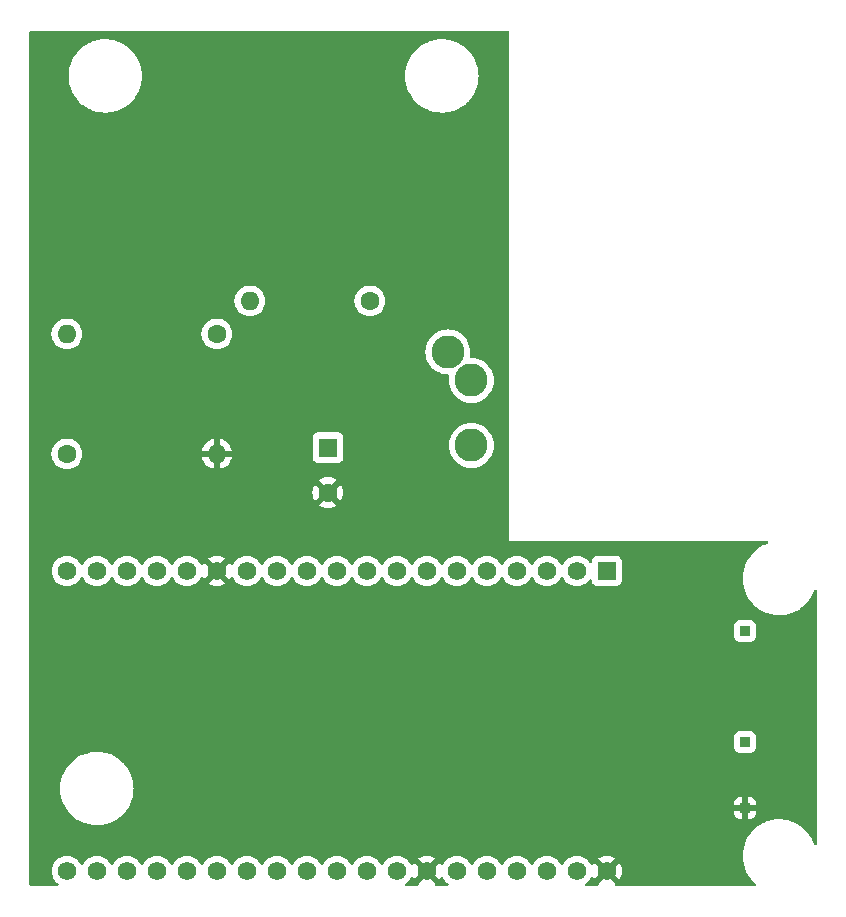
<source format=gbr>
%TF.GenerationSoftware,KiCad,Pcbnew,7.0.10*%
%TF.CreationDate,2024-02-18T04:07:48+01:00*%
%TF.ProjectId,main_board,6d61696e-5f62-46f6-9172-642e6b696361,rev?*%
%TF.SameCoordinates,Original*%
%TF.FileFunction,Copper,L2,Bot*%
%TF.FilePolarity,Positive*%
%FSLAX46Y46*%
G04 Gerber Fmt 4.6, Leading zero omitted, Abs format (unit mm)*
G04 Created by KiCad (PCBNEW 7.0.10) date 2024-02-18 04:07:48*
%MOMM*%
%LPD*%
G01*
G04 APERTURE LIST*
%TA.AperFunction,ComponentPad*%
%ADD10C,1.600000*%
%TD*%
%TA.AperFunction,ComponentPad*%
%ADD11O,1.600000X1.600000*%
%TD*%
%TA.AperFunction,ComponentPad*%
%ADD12R,0.850000X0.850000*%
%TD*%
%TA.AperFunction,ComponentPad*%
%ADD13R,1.600000X1.600000*%
%TD*%
%TA.AperFunction,ComponentPad*%
%ADD14C,2.800000*%
%TD*%
%TA.AperFunction,ComponentPad*%
%ADD15R,1.560000X1.560000*%
%TD*%
%TA.AperFunction,ComponentPad*%
%ADD16C,1.560000*%
%TD*%
G04 APERTURE END LIST*
D10*
%TO.P,R3,1*%
%TO.N,Net-(C1-Pad1)*%
X49530000Y-57404000D03*
D11*
%TO.P,R3,2*%
%TO.N,GND*%
X49530000Y-67564000D03*
%TD*%
D10*
%TO.P,R1,1*%
%TO.N,Net-(U1-IO34)*%
X62484000Y-54610000D03*
D11*
%TO.P,R1,2*%
%TO.N,Net-(C1-Pad1)*%
X52324000Y-54610000D03*
%TD*%
D10*
%TO.P,R2,1*%
%TO.N,VCC*%
X36830000Y-67564000D03*
D11*
%TO.P,R2,2*%
%TO.N,Net-(C1-Pad1)*%
X36830000Y-57404000D03*
%TD*%
D12*
%TO.P,J2,1,Pin_1*%
%TO.N,Net-(J2-Pin_1)*%
X94234000Y-82550000D03*
%TD*%
%TO.P,J4,1,Pin_1*%
%TO.N,GND*%
X94234000Y-97536000D03*
%TD*%
%TO.P,J3,1,Pin_1*%
%TO.N,VCC*%
X94234000Y-91948000D03*
%TD*%
D13*
%TO.P,C1,1*%
%TO.N,Net-(C1-Pad1)*%
X58928000Y-67031349D03*
D10*
%TO.P,C1,2*%
%TO.N,GND*%
X58928000Y-70831349D03*
%TD*%
D14*
%TO.P,J1,R*%
%TO.N,unconnected-(J1-PadR)*%
X71088000Y-66828000D03*
%TO.P,J1,S*%
%TO.N,Net-(C1-Pad1)*%
X69088000Y-58928000D03*
%TO.P,J1,T*%
%TO.N,Net-(U1-IO34)*%
X71088000Y-61328000D03*
%TD*%
D15*
%TO.P,U1,J2-1,3V3*%
%TO.N,unconnected-(U1-3V3-PadJ2-1)*%
X82550000Y-77470000D03*
D16*
%TO.P,U1,J2-2,EN*%
%TO.N,unconnected-(U1-EN-PadJ2-2)*%
X80010000Y-77470000D03*
%TO.P,U1,J2-3,SENSOR_VP*%
%TO.N,unconnected-(U1-SENSOR_VP-PadJ2-3)*%
X77470000Y-77470000D03*
%TO.P,U1,J2-4,SENSOR_VN*%
%TO.N,unconnected-(U1-SENSOR_VN-PadJ2-4)*%
X74930000Y-77470000D03*
%TO.P,U1,J2-5,IO34*%
%TO.N,Net-(U1-IO34)*%
X72390000Y-77470000D03*
%TO.P,U1,J2-6,IO35*%
%TO.N,Net-(J2-Pin_1)*%
X69850000Y-77470000D03*
%TO.P,U1,J2-7,IO32*%
%TO.N,unconnected-(U1-IO32-PadJ2-7)*%
X67310000Y-77470000D03*
%TO.P,U1,J2-8,IO33*%
%TO.N,unconnected-(U1-IO33-PadJ2-8)*%
X64770000Y-77470000D03*
%TO.P,U1,J2-9,IO25*%
%TO.N,unconnected-(U1-IO25-PadJ2-9)*%
X62230000Y-77470000D03*
%TO.P,U1,J2-10,IO26*%
%TO.N,unconnected-(U1-IO26-PadJ2-10)*%
X59690000Y-77470000D03*
%TO.P,U1,J2-11,IO27*%
%TO.N,unconnected-(U1-IO27-PadJ2-11)*%
X57150000Y-77470000D03*
%TO.P,U1,J2-12,IO14*%
%TO.N,unconnected-(U1-IO14-PadJ2-12)*%
X54610000Y-77470000D03*
%TO.P,U1,J2-13,IO12*%
%TO.N,unconnected-(U1-IO12-PadJ2-13)*%
X52070000Y-77470000D03*
%TO.P,U1,J2-14,GND1*%
%TO.N,GND*%
X49530000Y-77470000D03*
%TO.P,U1,J2-15,IO13*%
%TO.N,unconnected-(U1-IO13-PadJ2-15)*%
X46990000Y-77470000D03*
%TO.P,U1,J2-16,SD2*%
%TO.N,unconnected-(U1-SD2-PadJ2-16)*%
X44450000Y-77470000D03*
%TO.P,U1,J2-17,SD3*%
%TO.N,unconnected-(U1-SD3-PadJ2-17)*%
X41910000Y-77470000D03*
%TO.P,U1,J2-18,CMD*%
%TO.N,unconnected-(U1-CMD-PadJ2-18)*%
X39370000Y-77470000D03*
%TO.P,U1,J2-19,EXT_5V*%
%TO.N,VCC*%
X36830000Y-77470000D03*
%TO.P,U1,J3-1,GND3*%
%TO.N,GND*%
X82550000Y-102870000D03*
%TO.P,U1,J3-2,IO23*%
%TO.N,unconnected-(U1-IO23-PadJ3-2)*%
X80010000Y-102870000D03*
%TO.P,U1,J3-3,IO22*%
%TO.N,unconnected-(U1-IO22-PadJ3-3)*%
X77470000Y-102870000D03*
%TO.P,U1,J3-4,TXD0*%
%TO.N,unconnected-(U1-TXD0-PadJ3-4)*%
X74930000Y-102870000D03*
%TO.P,U1,J3-5,RXD0*%
%TO.N,unconnected-(U1-RXD0-PadJ3-5)*%
X72390000Y-102870000D03*
%TO.P,U1,J3-6,IO21*%
%TO.N,unconnected-(U1-IO21-PadJ3-6)*%
X69850000Y-102870000D03*
%TO.P,U1,J3-7,GND2*%
%TO.N,GND*%
X67310000Y-102870000D03*
%TO.P,U1,J3-8,IO19*%
%TO.N,unconnected-(U1-IO19-PadJ3-8)*%
X64770000Y-102870000D03*
%TO.P,U1,J3-9,IO18*%
%TO.N,unconnected-(U1-IO18-PadJ3-9)*%
X62230000Y-102870000D03*
%TO.P,U1,J3-10,IO5*%
%TO.N,unconnected-(U1-IO5-PadJ3-10)*%
X59690000Y-102870000D03*
%TO.P,U1,J3-11,IO17*%
%TO.N,unconnected-(U1-IO17-PadJ3-11)*%
X57150000Y-102870000D03*
%TO.P,U1,J3-12,IO16*%
%TO.N,unconnected-(U1-IO16-PadJ3-12)*%
X54610000Y-102870000D03*
%TO.P,U1,J3-13,IO4*%
%TO.N,unconnected-(U1-IO4-PadJ3-13)*%
X52070000Y-102870000D03*
%TO.P,U1,J3-14,IO0*%
%TO.N,unconnected-(U1-IO0-PadJ3-14)*%
X49530000Y-102870000D03*
%TO.P,U1,J3-15,IO2*%
%TO.N,unconnected-(U1-IO2-PadJ3-15)*%
X46990000Y-102870000D03*
%TO.P,U1,J3-16,IO15*%
%TO.N,unconnected-(U1-IO15-PadJ3-16)*%
X44450000Y-102870000D03*
%TO.P,U1,J3-17,SD1*%
%TO.N,unconnected-(U1-SD1-PadJ3-17)*%
X41910000Y-102870000D03*
%TO.P,U1,J3-18,SD0*%
%TO.N,unconnected-(U1-SD0-PadJ3-18)*%
X39370000Y-102870000D03*
%TO.P,U1,J3-19,CLK*%
%TO.N,unconnected-(U1-CLK-PadJ3-19)*%
X36830000Y-102870000D03*
%TD*%
%TA.AperFunction,Conductor*%
%TO.N,GND*%
G36*
X74238039Y-31769685D02*
G01*
X74283794Y-31822489D01*
X74295000Y-31874000D01*
X74295000Y-74930000D01*
X96095865Y-74930000D01*
X96162904Y-74949685D01*
X96208659Y-75002489D01*
X96218603Y-75071647D01*
X96189578Y-75135203D01*
X96132372Y-75171966D01*
X96132486Y-75172290D01*
X96131131Y-75172764D01*
X96130800Y-75172977D01*
X96130195Y-75173153D01*
X96129203Y-75173438D01*
X96129197Y-75173440D01*
X95869625Y-75280958D01*
X95867202Y-75281932D01*
X95865740Y-75282501D01*
X95862551Y-75283888D01*
X95807433Y-75306719D01*
X95807421Y-75306725D01*
X95502583Y-75475203D01*
X95502578Y-75475206D01*
X95218537Y-75676745D01*
X95218529Y-75676751D01*
X94958833Y-75908830D01*
X94958830Y-75908833D01*
X94726751Y-76168529D01*
X94726745Y-76168537D01*
X94525206Y-76452578D01*
X94525203Y-76452583D01*
X94356724Y-76757423D01*
X94223437Y-77079207D01*
X94127020Y-77413877D01*
X94127018Y-77413886D01*
X94068679Y-77757247D01*
X94068677Y-77757259D01*
X94049149Y-78105000D01*
X94068677Y-78452740D01*
X94068679Y-78452752D01*
X94127018Y-78796113D01*
X94127020Y-78796122D01*
X94222879Y-79128854D01*
X94223439Y-79130798D01*
X94311705Y-79343890D01*
X94356724Y-79452576D01*
X94525203Y-79757416D01*
X94525206Y-79757421D01*
X94726745Y-80041462D01*
X94726751Y-80041470D01*
X94958830Y-80301166D01*
X94958833Y-80301169D01*
X95218529Y-80533248D01*
X95218532Y-80533250D01*
X95218534Y-80533252D01*
X95248383Y-80554431D01*
X95502578Y-80734793D01*
X95502583Y-80734796D01*
X95502586Y-80734797D01*
X95502588Y-80734799D01*
X95671977Y-80828417D01*
X95807424Y-80903276D01*
X95807428Y-80903278D01*
X95862514Y-80926095D01*
X95865699Y-80927481D01*
X95865965Y-80927584D01*
X95865968Y-80927586D01*
X95867196Y-80928064D01*
X95869544Y-80929007D01*
X96129202Y-81036561D01*
X96187890Y-81053468D01*
X96192723Y-81055103D01*
X96192747Y-81055030D01*
X96196106Y-81056121D01*
X96196112Y-81056122D01*
X96196121Y-81056126D01*
X96206153Y-81058762D01*
X96208723Y-81059470D01*
X96463883Y-81132981D01*
X96528105Y-81143892D01*
X96538545Y-81146147D01*
X96538778Y-81146195D01*
X96555898Y-81148656D01*
X96559009Y-81149143D01*
X96807255Y-81191322D01*
X96876375Y-81195203D01*
X96887066Y-81196271D01*
X96888397Y-81196462D01*
X96889461Y-81196615D01*
X96912374Y-81197269D01*
X96915592Y-81197406D01*
X97155000Y-81210851D01*
X97228285Y-81206735D01*
X97238725Y-81206592D01*
X97243609Y-81206732D01*
X97270724Y-81204402D01*
X97274166Y-81204158D01*
X97502745Y-81191322D01*
X97579211Y-81178329D01*
X97589336Y-81177037D01*
X97596603Y-81176413D01*
X97626483Y-81170358D01*
X97630182Y-81169669D01*
X97846117Y-81132981D01*
X97924695Y-81110342D01*
X97934386Y-81107969D01*
X97943839Y-81106054D01*
X97975208Y-81095861D01*
X97979096Y-81094670D01*
X98180798Y-81036561D01*
X98260310Y-81003625D01*
X98269401Y-81000272D01*
X98280791Y-80996572D01*
X98312518Y-80982082D01*
X98316434Y-80980378D01*
X98472490Y-80915737D01*
X98502569Y-80903279D01*
X98502570Y-80903277D01*
X98502578Y-80903275D01*
X98581688Y-80859552D01*
X98590096Y-80855317D01*
X98603068Y-80849393D01*
X98634042Y-80830714D01*
X98637971Y-80828445D01*
X98807412Y-80734799D01*
X98884697Y-80679962D01*
X98892360Y-80674942D01*
X98906466Y-80666437D01*
X98935761Y-80643847D01*
X98939614Y-80640996D01*
X99091466Y-80533252D01*
X99165453Y-80467132D01*
X99172279Y-80461463D01*
X99187031Y-80450089D01*
X99213811Y-80424062D01*
X99217575Y-80420553D01*
X99351168Y-80301168D01*
X99420246Y-80223870D01*
X99426276Y-80217580D01*
X99441106Y-80203169D01*
X99464856Y-80174123D01*
X99468279Y-80170120D01*
X99583252Y-80041466D01*
X99645927Y-79953133D01*
X99650996Y-79946484D01*
X99665378Y-79928896D01*
X99685512Y-79897565D01*
X99688655Y-79892913D01*
X99784799Y-79757412D01*
X99839417Y-79658587D01*
X99843615Y-79651552D01*
X99856923Y-79630846D01*
X99873162Y-79597816D01*
X99875841Y-79592683D01*
X99953275Y-79452578D01*
X99998318Y-79343833D01*
X100001571Y-79336644D01*
X100013244Y-79312904D01*
X100025348Y-79278978D01*
X100027554Y-79273252D01*
X100086561Y-79130798D01*
X100086846Y-79129810D01*
X100086982Y-79129595D01*
X100087715Y-79127502D01*
X100088203Y-79127673D01*
X100124320Y-79070840D01*
X100187727Y-79041491D01*
X100256935Y-79051081D01*
X100309972Y-79096566D01*
X100329998Y-79163504D01*
X100330000Y-79164137D01*
X100330000Y-100540862D01*
X100310315Y-100607901D01*
X100257511Y-100653656D01*
X100188353Y-100663600D01*
X100124797Y-100634575D01*
X100088042Y-100577383D01*
X100087715Y-100577498D01*
X100087235Y-100576127D01*
X100087023Y-100575797D01*
X100086848Y-100575196D01*
X100086563Y-100574208D01*
X100027568Y-100431781D01*
X100025341Y-100426000D01*
X100013246Y-100392102D01*
X100013244Y-100392096D01*
X100001578Y-100368370D01*
X99998302Y-100361126D01*
X99953280Y-100252433D01*
X99953278Y-100252429D01*
X99953275Y-100252422D01*
X99875861Y-100112352D01*
X99873124Y-100107106D01*
X99856922Y-100074152D01*
X99843625Y-100053462D01*
X99839412Y-100046403D01*
X99784796Y-99947583D01*
X99784793Y-99947578D01*
X99688678Y-99812117D01*
X99685504Y-99807422D01*
X99665378Y-99776104D01*
X99665372Y-99776097D01*
X99665372Y-99776096D01*
X99651028Y-99758555D01*
X99645891Y-99751816D01*
X99583247Y-99663527D01*
X99468326Y-99534932D01*
X99464824Y-99530837D01*
X99441106Y-99501831D01*
X99441105Y-99501830D01*
X99426276Y-99487418D01*
X99420240Y-99481123D01*
X99351169Y-99403833D01*
X99351166Y-99403830D01*
X99217604Y-99284471D01*
X99213811Y-99280937D01*
X99187031Y-99254911D01*
X99172315Y-99243563D01*
X99165409Y-99237827D01*
X99091476Y-99171756D01*
X99091469Y-99171751D01*
X99091466Y-99171748D01*
X98939626Y-99064011D01*
X98935726Y-99061126D01*
X98921520Y-99050171D01*
X98906469Y-99038564D01*
X98906458Y-99038557D01*
X98892376Y-99030065D01*
X98884664Y-99025014D01*
X98843585Y-98995867D01*
X98807414Y-98970202D01*
X98638035Y-98876589D01*
X98633985Y-98874250D01*
X98614626Y-98862577D01*
X98603068Y-98855607D01*
X98603062Y-98855604D01*
X98603058Y-98855602D01*
X98590127Y-98849697D01*
X98581656Y-98845430D01*
X98564822Y-98836126D01*
X98502578Y-98801725D01*
X98441853Y-98776572D01*
X98316481Y-98724641D01*
X98312421Y-98722873D01*
X98280797Y-98708430D01*
X98269413Y-98704731D01*
X98260282Y-98701362D01*
X98180809Y-98668443D01*
X98180803Y-98668441D01*
X98180798Y-98668439D01*
X98153974Y-98660711D01*
X97979132Y-98610338D01*
X97975146Y-98609117D01*
X97943839Y-98598945D01*
X97934387Y-98597030D01*
X97924692Y-98594655D01*
X97846127Y-98572021D01*
X97846113Y-98572018D01*
X97630245Y-98535340D01*
X97626391Y-98534622D01*
X97596612Y-98528588D01*
X97596604Y-98528587D01*
X97596603Y-98528587D01*
X97594746Y-98528427D01*
X97589334Y-98527962D01*
X97579193Y-98526666D01*
X97502746Y-98513678D01*
X97274258Y-98500846D01*
X97270602Y-98500586D01*
X97243608Y-98498267D01*
X97238740Y-98498407D01*
X97228250Y-98498262D01*
X97155000Y-98494149D01*
X96915664Y-98507589D01*
X96912257Y-98507733D01*
X96889469Y-98508384D01*
X96889447Y-98508386D01*
X96887056Y-98508730D01*
X96876381Y-98509795D01*
X96807252Y-98513678D01*
X96559023Y-98555853D01*
X96555904Y-98556342D01*
X96538789Y-98558803D01*
X96538541Y-98558853D01*
X96528102Y-98561107D01*
X96463883Y-98572019D01*
X96463876Y-98572020D01*
X96208831Y-98645497D01*
X96206039Y-98646266D01*
X96196128Y-98648872D01*
X96196125Y-98648872D01*
X96196121Y-98648874D01*
X96196116Y-98648875D01*
X96192757Y-98649967D01*
X96192733Y-98649896D01*
X96187901Y-98651527D01*
X96129202Y-98668438D01*
X96129197Y-98668440D01*
X95869625Y-98775958D01*
X95867202Y-98776932D01*
X95865740Y-98777501D01*
X95862551Y-98778888D01*
X95807433Y-98801719D01*
X95807421Y-98801725D01*
X95502583Y-98970203D01*
X95502578Y-98970206D01*
X95218537Y-99171745D01*
X95218529Y-99171751D01*
X94958833Y-99403830D01*
X94958830Y-99403833D01*
X94726751Y-99663529D01*
X94726745Y-99663537D01*
X94525206Y-99947578D01*
X94525203Y-99947583D01*
X94356724Y-100252423D01*
X94223437Y-100574207D01*
X94127020Y-100908877D01*
X94127018Y-100908886D01*
X94068679Y-101252247D01*
X94068677Y-101252259D01*
X94049149Y-101600000D01*
X94068677Y-101947740D01*
X94068679Y-101947752D01*
X94127018Y-102291113D01*
X94127020Y-102291122D01*
X94222879Y-102623854D01*
X94223439Y-102625798D01*
X94309754Y-102834180D01*
X94356724Y-102947576D01*
X94525203Y-103252416D01*
X94525206Y-103252421D01*
X94726745Y-103536462D01*
X94726751Y-103536470D01*
X94958827Y-103796163D01*
X94958829Y-103796165D01*
X94958832Y-103796168D01*
X95101362Y-103923541D01*
X95138233Y-103982890D01*
X95137164Y-104052751D01*
X95098494Y-104110944D01*
X95034502Y-104138993D01*
X95018735Y-104140000D01*
X83361141Y-104140000D01*
X83294102Y-104120315D01*
X83248347Y-104067511D01*
X83238403Y-103998353D01*
X83259601Y-103951935D01*
X83261112Y-103934665D01*
X82698765Y-103372318D01*
X82822724Y-103318475D01*
X82933608Y-103228265D01*
X83016041Y-103111483D01*
X83049864Y-103016311D01*
X83614665Y-103581112D01*
X83662742Y-103512451D01*
X83662746Y-103512445D01*
X83757399Y-103309459D01*
X83757403Y-103309450D01*
X83815367Y-103093124D01*
X83815369Y-103093113D01*
X83834889Y-102870002D01*
X83834889Y-102869997D01*
X83815369Y-102646886D01*
X83815367Y-102646875D01*
X83757403Y-102430549D01*
X83757399Y-102430540D01*
X83662747Y-102227557D01*
X83662746Y-102227555D01*
X83614664Y-102158887D01*
X83614664Y-102158886D01*
X83050559Y-102722991D01*
X83044582Y-102694225D01*
X82978819Y-102567307D01*
X82881251Y-102462838D01*
X82759116Y-102388566D01*
X82695660Y-102370786D01*
X83261112Y-101805334D01*
X83261112Y-101805333D01*
X83192445Y-101757253D01*
X83192443Y-101757252D01*
X82989459Y-101662600D01*
X82989450Y-101662596D01*
X82773124Y-101604632D01*
X82773113Y-101604630D01*
X82550002Y-101585111D01*
X82549998Y-101585111D01*
X82326886Y-101604630D01*
X82326875Y-101604632D01*
X82110549Y-101662596D01*
X82110540Y-101662600D01*
X81907556Y-101757253D01*
X81838887Y-101805334D01*
X82401234Y-102367681D01*
X82277276Y-102421525D01*
X82166392Y-102511735D01*
X82083959Y-102628517D01*
X82050135Y-102723688D01*
X81485334Y-102158887D01*
X81437254Y-102227554D01*
X81392657Y-102323192D01*
X81346484Y-102375631D01*
X81279290Y-102394782D01*
X81212409Y-102374566D01*
X81167893Y-102323191D01*
X81167617Y-102322600D01*
X81123181Y-102227305D01*
X80994667Y-102043767D01*
X80836233Y-101885333D01*
X80836229Y-101885330D01*
X80836228Y-101885329D01*
X80652700Y-101756821D01*
X80652696Y-101756819D01*
X80652694Y-101756818D01*
X80449630Y-101662128D01*
X80449627Y-101662127D01*
X80449625Y-101662126D01*
X80233208Y-101604137D01*
X80233200Y-101604136D01*
X80010002Y-101584609D01*
X80009998Y-101584609D01*
X79786799Y-101604136D01*
X79786791Y-101604137D01*
X79570374Y-101662126D01*
X79570370Y-101662128D01*
X79569358Y-101662600D01*
X79367306Y-101756818D01*
X79367304Y-101756819D01*
X79183764Y-101885334D01*
X79025334Y-102043764D01*
X78896819Y-102227304D01*
X78896818Y-102227306D01*
X78852382Y-102322600D01*
X78806209Y-102375039D01*
X78739016Y-102394191D01*
X78672135Y-102373975D01*
X78627618Y-102322600D01*
X78612326Y-102289807D01*
X78583181Y-102227305D01*
X78454667Y-102043767D01*
X78296233Y-101885333D01*
X78296229Y-101885330D01*
X78296228Y-101885329D01*
X78112700Y-101756821D01*
X78112696Y-101756819D01*
X78112694Y-101756818D01*
X77909630Y-101662128D01*
X77909627Y-101662127D01*
X77909625Y-101662126D01*
X77693208Y-101604137D01*
X77693200Y-101604136D01*
X77470002Y-101584609D01*
X77469998Y-101584609D01*
X77246799Y-101604136D01*
X77246791Y-101604137D01*
X77030374Y-101662126D01*
X77030370Y-101662128D01*
X77029358Y-101662600D01*
X76827306Y-101756818D01*
X76827304Y-101756819D01*
X76643764Y-101885334D01*
X76485334Y-102043764D01*
X76356819Y-102227304D01*
X76356818Y-102227306D01*
X76312382Y-102322600D01*
X76266209Y-102375039D01*
X76199016Y-102394191D01*
X76132135Y-102373975D01*
X76087618Y-102322600D01*
X76072326Y-102289807D01*
X76043181Y-102227305D01*
X75914667Y-102043767D01*
X75756233Y-101885333D01*
X75756229Y-101885330D01*
X75756228Y-101885329D01*
X75572700Y-101756821D01*
X75572696Y-101756819D01*
X75572694Y-101756818D01*
X75369630Y-101662128D01*
X75369627Y-101662127D01*
X75369625Y-101662126D01*
X75153208Y-101604137D01*
X75153200Y-101604136D01*
X74930002Y-101584609D01*
X74929998Y-101584609D01*
X74706799Y-101604136D01*
X74706791Y-101604137D01*
X74490374Y-101662126D01*
X74490370Y-101662128D01*
X74489358Y-101662600D01*
X74287306Y-101756818D01*
X74287304Y-101756819D01*
X74103764Y-101885334D01*
X73945334Y-102043764D01*
X73816819Y-102227304D01*
X73816818Y-102227306D01*
X73772382Y-102322600D01*
X73726209Y-102375039D01*
X73659016Y-102394191D01*
X73592135Y-102373975D01*
X73547618Y-102322600D01*
X73532326Y-102289807D01*
X73503181Y-102227305D01*
X73374667Y-102043767D01*
X73216233Y-101885333D01*
X73216229Y-101885330D01*
X73216228Y-101885329D01*
X73032700Y-101756821D01*
X73032696Y-101756819D01*
X73032694Y-101756818D01*
X72829630Y-101662128D01*
X72829627Y-101662127D01*
X72829625Y-101662126D01*
X72613208Y-101604137D01*
X72613200Y-101604136D01*
X72390002Y-101584609D01*
X72389998Y-101584609D01*
X72166799Y-101604136D01*
X72166791Y-101604137D01*
X71950374Y-101662126D01*
X71950370Y-101662128D01*
X71949358Y-101662600D01*
X71747306Y-101756818D01*
X71747304Y-101756819D01*
X71563764Y-101885334D01*
X71405334Y-102043764D01*
X71276819Y-102227304D01*
X71276818Y-102227306D01*
X71232382Y-102322600D01*
X71186209Y-102375039D01*
X71119016Y-102394191D01*
X71052135Y-102373975D01*
X71007618Y-102322600D01*
X70992326Y-102289807D01*
X70963181Y-102227305D01*
X70834667Y-102043767D01*
X70676233Y-101885333D01*
X70676229Y-101885330D01*
X70676228Y-101885329D01*
X70492700Y-101756821D01*
X70492696Y-101756819D01*
X70492694Y-101756818D01*
X70289630Y-101662128D01*
X70289627Y-101662127D01*
X70289625Y-101662126D01*
X70073208Y-101604137D01*
X70073200Y-101604136D01*
X69850002Y-101584609D01*
X69849998Y-101584609D01*
X69626799Y-101604136D01*
X69626791Y-101604137D01*
X69410374Y-101662126D01*
X69410370Y-101662128D01*
X69409358Y-101662600D01*
X69207306Y-101756818D01*
X69207304Y-101756819D01*
X69023764Y-101885334D01*
X68865334Y-102043764D01*
X68736820Y-102227303D01*
X68736819Y-102227305D01*
X68710346Y-102284074D01*
X68692106Y-102323192D01*
X68645933Y-102375630D01*
X68578739Y-102394782D01*
X68511858Y-102374566D01*
X68467342Y-102323191D01*
X68422747Y-102227557D01*
X68422746Y-102227555D01*
X68374664Y-102158887D01*
X68374664Y-102158886D01*
X67810559Y-102722991D01*
X67804582Y-102694225D01*
X67738819Y-102567307D01*
X67641251Y-102462838D01*
X67519116Y-102388566D01*
X67455660Y-102370786D01*
X68021112Y-101805334D01*
X68021112Y-101805333D01*
X67952445Y-101757253D01*
X67952443Y-101757252D01*
X67749459Y-101662600D01*
X67749450Y-101662596D01*
X67533124Y-101604632D01*
X67533113Y-101604630D01*
X67310002Y-101585111D01*
X67309998Y-101585111D01*
X67086886Y-101604630D01*
X67086875Y-101604632D01*
X66870549Y-101662596D01*
X66870540Y-101662600D01*
X66667556Y-101757253D01*
X66598887Y-101805334D01*
X67161234Y-102367681D01*
X67037276Y-102421525D01*
X66926392Y-102511735D01*
X66843959Y-102628517D01*
X66810135Y-102723688D01*
X66245334Y-102158887D01*
X66197254Y-102227554D01*
X66152657Y-102323192D01*
X66106484Y-102375631D01*
X66039290Y-102394782D01*
X65972409Y-102374566D01*
X65927893Y-102323191D01*
X65927617Y-102322600D01*
X65883181Y-102227305D01*
X65754667Y-102043767D01*
X65596233Y-101885333D01*
X65596229Y-101885330D01*
X65596228Y-101885329D01*
X65412700Y-101756821D01*
X65412696Y-101756819D01*
X65412694Y-101756818D01*
X65209630Y-101662128D01*
X65209627Y-101662127D01*
X65209625Y-101662126D01*
X64993208Y-101604137D01*
X64993200Y-101604136D01*
X64770002Y-101584609D01*
X64769998Y-101584609D01*
X64546799Y-101604136D01*
X64546791Y-101604137D01*
X64330374Y-101662126D01*
X64330370Y-101662128D01*
X64329358Y-101662600D01*
X64127306Y-101756818D01*
X64127304Y-101756819D01*
X63943764Y-101885334D01*
X63785334Y-102043764D01*
X63656819Y-102227304D01*
X63656818Y-102227306D01*
X63612382Y-102322600D01*
X63566209Y-102375039D01*
X63499016Y-102394191D01*
X63432135Y-102373975D01*
X63387618Y-102322600D01*
X63372326Y-102289807D01*
X63343181Y-102227305D01*
X63214667Y-102043767D01*
X63056233Y-101885333D01*
X63056229Y-101885330D01*
X63056228Y-101885329D01*
X62872700Y-101756821D01*
X62872696Y-101756819D01*
X62872694Y-101756818D01*
X62669630Y-101662128D01*
X62669627Y-101662127D01*
X62669625Y-101662126D01*
X62453208Y-101604137D01*
X62453200Y-101604136D01*
X62230002Y-101584609D01*
X62229998Y-101584609D01*
X62006799Y-101604136D01*
X62006791Y-101604137D01*
X61790374Y-101662126D01*
X61790370Y-101662128D01*
X61789358Y-101662600D01*
X61587306Y-101756818D01*
X61587304Y-101756819D01*
X61403764Y-101885334D01*
X61245334Y-102043764D01*
X61116819Y-102227304D01*
X61116818Y-102227306D01*
X61072382Y-102322600D01*
X61026209Y-102375039D01*
X60959016Y-102394191D01*
X60892135Y-102373975D01*
X60847618Y-102322600D01*
X60832326Y-102289807D01*
X60803181Y-102227305D01*
X60674667Y-102043767D01*
X60516233Y-101885333D01*
X60516229Y-101885330D01*
X60516228Y-101885329D01*
X60332700Y-101756821D01*
X60332696Y-101756819D01*
X60332694Y-101756818D01*
X60129630Y-101662128D01*
X60129627Y-101662127D01*
X60129625Y-101662126D01*
X59913208Y-101604137D01*
X59913200Y-101604136D01*
X59690002Y-101584609D01*
X59689998Y-101584609D01*
X59466799Y-101604136D01*
X59466791Y-101604137D01*
X59250374Y-101662126D01*
X59250370Y-101662128D01*
X59249358Y-101662600D01*
X59047306Y-101756818D01*
X59047304Y-101756819D01*
X58863764Y-101885334D01*
X58705334Y-102043764D01*
X58576819Y-102227304D01*
X58576818Y-102227306D01*
X58532382Y-102322600D01*
X58486209Y-102375039D01*
X58419016Y-102394191D01*
X58352135Y-102373975D01*
X58307618Y-102322600D01*
X58292326Y-102289807D01*
X58263181Y-102227305D01*
X58134667Y-102043767D01*
X57976233Y-101885333D01*
X57976229Y-101885330D01*
X57976228Y-101885329D01*
X57792700Y-101756821D01*
X57792696Y-101756819D01*
X57792694Y-101756818D01*
X57589630Y-101662128D01*
X57589627Y-101662127D01*
X57589625Y-101662126D01*
X57373208Y-101604137D01*
X57373200Y-101604136D01*
X57150002Y-101584609D01*
X57149998Y-101584609D01*
X56926799Y-101604136D01*
X56926791Y-101604137D01*
X56710374Y-101662126D01*
X56710370Y-101662128D01*
X56709358Y-101662600D01*
X56507306Y-101756818D01*
X56507304Y-101756819D01*
X56323764Y-101885334D01*
X56165334Y-102043764D01*
X56036819Y-102227304D01*
X56036818Y-102227306D01*
X55992382Y-102322600D01*
X55946209Y-102375039D01*
X55879016Y-102394191D01*
X55812135Y-102373975D01*
X55767618Y-102322600D01*
X55752326Y-102289807D01*
X55723181Y-102227305D01*
X55594667Y-102043767D01*
X55436233Y-101885333D01*
X55436229Y-101885330D01*
X55436228Y-101885329D01*
X55252700Y-101756821D01*
X55252696Y-101756819D01*
X55252694Y-101756818D01*
X55049630Y-101662128D01*
X55049627Y-101662127D01*
X55049625Y-101662126D01*
X54833208Y-101604137D01*
X54833200Y-101604136D01*
X54610002Y-101584609D01*
X54609998Y-101584609D01*
X54386799Y-101604136D01*
X54386791Y-101604137D01*
X54170374Y-101662126D01*
X54170370Y-101662128D01*
X54169358Y-101662600D01*
X53967306Y-101756818D01*
X53967304Y-101756819D01*
X53783764Y-101885334D01*
X53625334Y-102043764D01*
X53496819Y-102227304D01*
X53496818Y-102227306D01*
X53452382Y-102322600D01*
X53406209Y-102375039D01*
X53339016Y-102394191D01*
X53272135Y-102373975D01*
X53227618Y-102322600D01*
X53212326Y-102289807D01*
X53183181Y-102227305D01*
X53054667Y-102043767D01*
X52896233Y-101885333D01*
X52896229Y-101885330D01*
X52896228Y-101885329D01*
X52712700Y-101756821D01*
X52712696Y-101756819D01*
X52712694Y-101756818D01*
X52509630Y-101662128D01*
X52509627Y-101662127D01*
X52509625Y-101662126D01*
X52293208Y-101604137D01*
X52293200Y-101604136D01*
X52070002Y-101584609D01*
X52069998Y-101584609D01*
X51846799Y-101604136D01*
X51846791Y-101604137D01*
X51630374Y-101662126D01*
X51630370Y-101662128D01*
X51629358Y-101662600D01*
X51427306Y-101756818D01*
X51427304Y-101756819D01*
X51243764Y-101885334D01*
X51085334Y-102043764D01*
X50956819Y-102227304D01*
X50956818Y-102227306D01*
X50912382Y-102322600D01*
X50866209Y-102375039D01*
X50799016Y-102394191D01*
X50732135Y-102373975D01*
X50687618Y-102322600D01*
X50672326Y-102289807D01*
X50643181Y-102227305D01*
X50514667Y-102043767D01*
X50356233Y-101885333D01*
X50356229Y-101885330D01*
X50356228Y-101885329D01*
X50172700Y-101756821D01*
X50172696Y-101756819D01*
X50172694Y-101756818D01*
X49969630Y-101662128D01*
X49969627Y-101662127D01*
X49969625Y-101662126D01*
X49753208Y-101604137D01*
X49753200Y-101604136D01*
X49530002Y-101584609D01*
X49529998Y-101584609D01*
X49306799Y-101604136D01*
X49306791Y-101604137D01*
X49090374Y-101662126D01*
X49090370Y-101662128D01*
X49089358Y-101662600D01*
X48887306Y-101756818D01*
X48887304Y-101756819D01*
X48703764Y-101885334D01*
X48545334Y-102043764D01*
X48416819Y-102227304D01*
X48416818Y-102227306D01*
X48372382Y-102322600D01*
X48326209Y-102375039D01*
X48259016Y-102394191D01*
X48192135Y-102373975D01*
X48147618Y-102322600D01*
X48132326Y-102289807D01*
X48103181Y-102227305D01*
X47974667Y-102043767D01*
X47816233Y-101885333D01*
X47816229Y-101885330D01*
X47816228Y-101885329D01*
X47632700Y-101756821D01*
X47632696Y-101756819D01*
X47632694Y-101756818D01*
X47429630Y-101662128D01*
X47429627Y-101662127D01*
X47429625Y-101662126D01*
X47213208Y-101604137D01*
X47213200Y-101604136D01*
X46990002Y-101584609D01*
X46989998Y-101584609D01*
X46766799Y-101604136D01*
X46766791Y-101604137D01*
X46550374Y-101662126D01*
X46550370Y-101662128D01*
X46549358Y-101662600D01*
X46347306Y-101756818D01*
X46347304Y-101756819D01*
X46163764Y-101885334D01*
X46005334Y-102043764D01*
X45876819Y-102227304D01*
X45876818Y-102227306D01*
X45832382Y-102322600D01*
X45786209Y-102375039D01*
X45719016Y-102394191D01*
X45652135Y-102373975D01*
X45607618Y-102322600D01*
X45592326Y-102289807D01*
X45563181Y-102227305D01*
X45434667Y-102043767D01*
X45276233Y-101885333D01*
X45276229Y-101885330D01*
X45276228Y-101885329D01*
X45092700Y-101756821D01*
X45092696Y-101756819D01*
X45092694Y-101756818D01*
X44889630Y-101662128D01*
X44889627Y-101662127D01*
X44889625Y-101662126D01*
X44673208Y-101604137D01*
X44673200Y-101604136D01*
X44450002Y-101584609D01*
X44449998Y-101584609D01*
X44226799Y-101604136D01*
X44226791Y-101604137D01*
X44010374Y-101662126D01*
X44010370Y-101662128D01*
X44009358Y-101662600D01*
X43807306Y-101756818D01*
X43807304Y-101756819D01*
X43623764Y-101885334D01*
X43465334Y-102043764D01*
X43336819Y-102227304D01*
X43336818Y-102227306D01*
X43292382Y-102322600D01*
X43246209Y-102375039D01*
X43179016Y-102394191D01*
X43112135Y-102373975D01*
X43067618Y-102322600D01*
X43052326Y-102289807D01*
X43023181Y-102227305D01*
X42894667Y-102043767D01*
X42736233Y-101885333D01*
X42736229Y-101885330D01*
X42736228Y-101885329D01*
X42552700Y-101756821D01*
X42552696Y-101756819D01*
X42552694Y-101756818D01*
X42349630Y-101662128D01*
X42349627Y-101662127D01*
X42349625Y-101662126D01*
X42133208Y-101604137D01*
X42133200Y-101604136D01*
X41910002Y-101584609D01*
X41909998Y-101584609D01*
X41686799Y-101604136D01*
X41686791Y-101604137D01*
X41470374Y-101662126D01*
X41470370Y-101662128D01*
X41469358Y-101662600D01*
X41267306Y-101756818D01*
X41267304Y-101756819D01*
X41083764Y-101885334D01*
X40925334Y-102043764D01*
X40796819Y-102227304D01*
X40796818Y-102227306D01*
X40752382Y-102322600D01*
X40706209Y-102375039D01*
X40639016Y-102394191D01*
X40572135Y-102373975D01*
X40527618Y-102322600D01*
X40512326Y-102289807D01*
X40483181Y-102227305D01*
X40354667Y-102043767D01*
X40196233Y-101885333D01*
X40196229Y-101885330D01*
X40196228Y-101885329D01*
X40012700Y-101756821D01*
X40012696Y-101756819D01*
X40012694Y-101756818D01*
X39809630Y-101662128D01*
X39809627Y-101662127D01*
X39809625Y-101662126D01*
X39593208Y-101604137D01*
X39593200Y-101604136D01*
X39370002Y-101584609D01*
X39369998Y-101584609D01*
X39146799Y-101604136D01*
X39146791Y-101604137D01*
X38930374Y-101662126D01*
X38930370Y-101662128D01*
X38929358Y-101662600D01*
X38727306Y-101756818D01*
X38727304Y-101756819D01*
X38543764Y-101885334D01*
X38385334Y-102043764D01*
X38256819Y-102227304D01*
X38256818Y-102227306D01*
X38212382Y-102322600D01*
X38166209Y-102375039D01*
X38099016Y-102394191D01*
X38032135Y-102373975D01*
X37987618Y-102322600D01*
X37972326Y-102289807D01*
X37943181Y-102227305D01*
X37814667Y-102043767D01*
X37656233Y-101885333D01*
X37656229Y-101885330D01*
X37656228Y-101885329D01*
X37472700Y-101756821D01*
X37472696Y-101756819D01*
X37472694Y-101756818D01*
X37269630Y-101662128D01*
X37269627Y-101662127D01*
X37269625Y-101662126D01*
X37053208Y-101604137D01*
X37053200Y-101604136D01*
X36830002Y-101584609D01*
X36829998Y-101584609D01*
X36606799Y-101604136D01*
X36606791Y-101604137D01*
X36390374Y-101662126D01*
X36390370Y-101662128D01*
X36389358Y-101662600D01*
X36187306Y-101756818D01*
X36187304Y-101756819D01*
X36003764Y-101885334D01*
X35845334Y-102043764D01*
X35716819Y-102227304D01*
X35716818Y-102227306D01*
X35622129Y-102430368D01*
X35622126Y-102430374D01*
X35564137Y-102646791D01*
X35564136Y-102646799D01*
X35544609Y-102869998D01*
X35544609Y-102870001D01*
X35564136Y-103093200D01*
X35564137Y-103093208D01*
X35622126Y-103309625D01*
X35622127Y-103309627D01*
X35622128Y-103309630D01*
X35686735Y-103448181D01*
X35716819Y-103512696D01*
X35716821Y-103512700D01*
X35845329Y-103696228D01*
X35845334Y-103696234D01*
X36003765Y-103854665D01*
X36003771Y-103854670D01*
X36089110Y-103914425D01*
X36132735Y-103969002D01*
X36139929Y-104038500D01*
X36108406Y-104100855D01*
X36048176Y-104136269D01*
X36017987Y-104140000D01*
X33779000Y-104140000D01*
X33711961Y-104120315D01*
X33666206Y-104067511D01*
X33655000Y-104016000D01*
X33655000Y-95885000D01*
X36264149Y-95885000D01*
X36283677Y-96232740D01*
X36283679Y-96232752D01*
X36342018Y-96576113D01*
X36342020Y-96576122D01*
X36438437Y-96910792D01*
X36438439Y-96910798D01*
X36526705Y-97123890D01*
X36571724Y-97232576D01*
X36740203Y-97537416D01*
X36740206Y-97537421D01*
X36941745Y-97821462D01*
X36941751Y-97821470D01*
X37173830Y-98081166D01*
X37173833Y-98081169D01*
X37433529Y-98313248D01*
X37433532Y-98313250D01*
X37433534Y-98313252D01*
X37463383Y-98334431D01*
X37717578Y-98514793D01*
X37717583Y-98514796D01*
X37717586Y-98514797D01*
X37717588Y-98514799D01*
X37995580Y-98668440D01*
X38022424Y-98683276D01*
X38022428Y-98683278D01*
X38077514Y-98706095D01*
X38080699Y-98707481D01*
X38080965Y-98707584D01*
X38080968Y-98707586D01*
X38082196Y-98708064D01*
X38084544Y-98709007D01*
X38344202Y-98816561D01*
X38402890Y-98833468D01*
X38407723Y-98835103D01*
X38407747Y-98835030D01*
X38411106Y-98836121D01*
X38411112Y-98836122D01*
X38411121Y-98836126D01*
X38421153Y-98838762D01*
X38423723Y-98839470D01*
X38678883Y-98912981D01*
X38743105Y-98923892D01*
X38753545Y-98926147D01*
X38753778Y-98926195D01*
X38770898Y-98928656D01*
X38774009Y-98929143D01*
X39022255Y-98971322D01*
X39091375Y-98975203D01*
X39102066Y-98976271D01*
X39103397Y-98976462D01*
X39104461Y-98976615D01*
X39127374Y-98977269D01*
X39130592Y-98977406D01*
X39370000Y-98990851D01*
X39443285Y-98986735D01*
X39453725Y-98986592D01*
X39458609Y-98986732D01*
X39485724Y-98984402D01*
X39489166Y-98984158D01*
X39717745Y-98971322D01*
X39794211Y-98958329D01*
X39804336Y-98957037D01*
X39811603Y-98956413D01*
X39841483Y-98950358D01*
X39845182Y-98949669D01*
X40061117Y-98912981D01*
X40139695Y-98890342D01*
X40149386Y-98887969D01*
X40158839Y-98886054D01*
X40190208Y-98875861D01*
X40194096Y-98874670D01*
X40395798Y-98816561D01*
X40475310Y-98783625D01*
X40484401Y-98780272D01*
X40495791Y-98776572D01*
X40527518Y-98762082D01*
X40531434Y-98760378D01*
X40687490Y-98695737D01*
X40717569Y-98683279D01*
X40717570Y-98683277D01*
X40717578Y-98683275D01*
X40796688Y-98639552D01*
X40805096Y-98635317D01*
X40818068Y-98629393D01*
X40849042Y-98610714D01*
X40852971Y-98608445D01*
X41022412Y-98514799D01*
X41099697Y-98459962D01*
X41107360Y-98454942D01*
X41121466Y-98446437D01*
X41150761Y-98423847D01*
X41154614Y-98420996D01*
X41306466Y-98313252D01*
X41380453Y-98247132D01*
X41387279Y-98241463D01*
X41402031Y-98230089D01*
X41428811Y-98204062D01*
X41432575Y-98200553D01*
X41566168Y-98081168D01*
X41635246Y-98003870D01*
X41641276Y-97997580D01*
X41656106Y-97983169D01*
X41679856Y-97954123D01*
X41683279Y-97950120D01*
X41798252Y-97821466D01*
X41823416Y-97786000D01*
X93309000Y-97786000D01*
X93309000Y-98008844D01*
X93315401Y-98068372D01*
X93315403Y-98068379D01*
X93365645Y-98203086D01*
X93365649Y-98203093D01*
X93451809Y-98318187D01*
X93451812Y-98318190D01*
X93566906Y-98404350D01*
X93566913Y-98404354D01*
X93701620Y-98454596D01*
X93701627Y-98454598D01*
X93761155Y-98460999D01*
X93761172Y-98461000D01*
X93984000Y-98461000D01*
X93984000Y-97786000D01*
X93309000Y-97786000D01*
X41823416Y-97786000D01*
X41860927Y-97733133D01*
X41865996Y-97726484D01*
X41880378Y-97708896D01*
X41900512Y-97677565D01*
X41903655Y-97672913D01*
X41999799Y-97537412D01*
X42000579Y-97536000D01*
X93979102Y-97536000D01*
X93998505Y-97633545D01*
X94053760Y-97716240D01*
X94136455Y-97771495D01*
X94209376Y-97786000D01*
X94258624Y-97786000D01*
X94484000Y-97786000D01*
X94484000Y-98461000D01*
X94706828Y-98461000D01*
X94706844Y-98460999D01*
X94766372Y-98454598D01*
X94766379Y-98454596D01*
X94901086Y-98404354D01*
X94901093Y-98404350D01*
X95016187Y-98318190D01*
X95016190Y-98318187D01*
X95102350Y-98203093D01*
X95102354Y-98203086D01*
X95152596Y-98068379D01*
X95152598Y-98068372D01*
X95158999Y-98008844D01*
X95159000Y-98008827D01*
X95159000Y-97786000D01*
X94484000Y-97786000D01*
X94258624Y-97786000D01*
X94331545Y-97771495D01*
X94414240Y-97716240D01*
X94469495Y-97633545D01*
X94488898Y-97536000D01*
X94469495Y-97438455D01*
X94414240Y-97355760D01*
X94331545Y-97300505D01*
X94258624Y-97286000D01*
X94209376Y-97286000D01*
X94136455Y-97300505D01*
X94053760Y-97355760D01*
X93998505Y-97438455D01*
X93979102Y-97536000D01*
X42000579Y-97536000D01*
X42054417Y-97438587D01*
X42058615Y-97431552D01*
X42071923Y-97410846D01*
X42088162Y-97377816D01*
X42090841Y-97372683D01*
X42138749Y-97286000D01*
X93309000Y-97286000D01*
X93984000Y-97286000D01*
X93984000Y-96611000D01*
X94484000Y-96611000D01*
X94484000Y-97286000D01*
X95159000Y-97286000D01*
X95159000Y-97063172D01*
X95158999Y-97063155D01*
X95152598Y-97003627D01*
X95152596Y-97003620D01*
X95102354Y-96868913D01*
X95102350Y-96868906D01*
X95016190Y-96753812D01*
X95016187Y-96753809D01*
X94901093Y-96667649D01*
X94901086Y-96667645D01*
X94766379Y-96617403D01*
X94766372Y-96617401D01*
X94706844Y-96611000D01*
X94484000Y-96611000D01*
X93984000Y-96611000D01*
X93761155Y-96611000D01*
X93701627Y-96617401D01*
X93701620Y-96617403D01*
X93566913Y-96667645D01*
X93566906Y-96667649D01*
X93451812Y-96753809D01*
X93451809Y-96753812D01*
X93365649Y-96868906D01*
X93365645Y-96868913D01*
X93315403Y-97003620D01*
X93315401Y-97003627D01*
X93309000Y-97063155D01*
X93309000Y-97286000D01*
X42138749Y-97286000D01*
X42168275Y-97232578D01*
X42213318Y-97123833D01*
X42216571Y-97116644D01*
X42228244Y-97092904D01*
X42240348Y-97058978D01*
X42242554Y-97053252D01*
X42301561Y-96910798D01*
X42335481Y-96793057D01*
X42337823Y-96785785D01*
X42347304Y-96759215D01*
X42355256Y-96725015D01*
X42356863Y-96718839D01*
X42397981Y-96576117D01*
X42419332Y-96450451D01*
X42420792Y-96443190D01*
X42427550Y-96414130D01*
X42431428Y-96380330D01*
X42432359Y-96373778D01*
X42456322Y-96232745D01*
X42463751Y-96100450D01*
X42464363Y-96093295D01*
X42467936Y-96062151D01*
X42467937Y-96062146D01*
X42468593Y-96016145D01*
X42468772Y-96011047D01*
X42475851Y-95885000D01*
X42468772Y-95758957D01*
X42468593Y-95753852D01*
X42467937Y-95707854D01*
X42464360Y-95676682D01*
X42463751Y-95669543D01*
X42456322Y-95537255D01*
X42432366Y-95396262D01*
X42431424Y-95389636D01*
X42427550Y-95355870D01*
X42420792Y-95326809D01*
X42419327Y-95319519D01*
X42397981Y-95193883D01*
X42356868Y-95051178D01*
X42355256Y-95044982D01*
X42347304Y-95010785D01*
X42337829Y-94984232D01*
X42335472Y-94976910D01*
X42301562Y-94859207D01*
X42301561Y-94859202D01*
X42242566Y-94716776D01*
X42240341Y-94711000D01*
X42228246Y-94677102D01*
X42228244Y-94677096D01*
X42216578Y-94653370D01*
X42213302Y-94646126D01*
X42168280Y-94537433D01*
X42168278Y-94537429D01*
X42168275Y-94537422D01*
X42090861Y-94397352D01*
X42088124Y-94392106D01*
X42071922Y-94359152D01*
X42058625Y-94338462D01*
X42054412Y-94331403D01*
X41999796Y-94232583D01*
X41999793Y-94232578D01*
X41903678Y-94097117D01*
X41900504Y-94092422D01*
X41880378Y-94061104D01*
X41880372Y-94061097D01*
X41880372Y-94061096D01*
X41866028Y-94043555D01*
X41860891Y-94036816D01*
X41798247Y-93948527D01*
X41683326Y-93819932D01*
X41679824Y-93815837D01*
X41656106Y-93786831D01*
X41656105Y-93786830D01*
X41641276Y-93772418D01*
X41635240Y-93766123D01*
X41566169Y-93688833D01*
X41566166Y-93688830D01*
X41432604Y-93569471D01*
X41428811Y-93565937D01*
X41402031Y-93539911D01*
X41387315Y-93528563D01*
X41380409Y-93522827D01*
X41306476Y-93456756D01*
X41306469Y-93456751D01*
X41306466Y-93456748D01*
X41154626Y-93349011D01*
X41150726Y-93346126D01*
X41136520Y-93335171D01*
X41121469Y-93323564D01*
X41121458Y-93323557D01*
X41107376Y-93315065D01*
X41099664Y-93310014D01*
X41058585Y-93280867D01*
X41022414Y-93255202D01*
X40853035Y-93161589D01*
X40848985Y-93159250D01*
X40829626Y-93147577D01*
X40818068Y-93140607D01*
X40818062Y-93140604D01*
X40818058Y-93140602D01*
X40805127Y-93134697D01*
X40796656Y-93130430D01*
X40717576Y-93086724D01*
X40531481Y-93009641D01*
X40527421Y-93007873D01*
X40495797Y-92993430D01*
X40484413Y-92989731D01*
X40475282Y-92986362D01*
X40395809Y-92953443D01*
X40395803Y-92953441D01*
X40395798Y-92953439D01*
X40368974Y-92945711D01*
X40194132Y-92895338D01*
X40190146Y-92894117D01*
X40158839Y-92883945D01*
X40149387Y-92882030D01*
X40139692Y-92879655D01*
X40061127Y-92857021D01*
X40061113Y-92857018D01*
X39845245Y-92820340D01*
X39841391Y-92819622D01*
X39811612Y-92813588D01*
X39811604Y-92813587D01*
X39811603Y-92813587D01*
X39809746Y-92813427D01*
X39804334Y-92812962D01*
X39794193Y-92811666D01*
X39717746Y-92798678D01*
X39489258Y-92785846D01*
X39485602Y-92785586D01*
X39458608Y-92783267D01*
X39453740Y-92783407D01*
X39443250Y-92783262D01*
X39370000Y-92779149D01*
X39130664Y-92792589D01*
X39127257Y-92792733D01*
X39104469Y-92793384D01*
X39104447Y-92793386D01*
X39102056Y-92793730D01*
X39091381Y-92794795D01*
X39022252Y-92798678D01*
X38774023Y-92840853D01*
X38770904Y-92841342D01*
X38753789Y-92843803D01*
X38753541Y-92843853D01*
X38743102Y-92846107D01*
X38678883Y-92857019D01*
X38678876Y-92857020D01*
X38423831Y-92930497D01*
X38421039Y-92931266D01*
X38411128Y-92933872D01*
X38411125Y-92933872D01*
X38411121Y-92933874D01*
X38411116Y-92933875D01*
X38407757Y-92934967D01*
X38407733Y-92934896D01*
X38402901Y-92936527D01*
X38344202Y-92953438D01*
X38344197Y-92953440D01*
X38084625Y-93060958D01*
X38082202Y-93061932D01*
X38080740Y-93062501D01*
X38077551Y-93063888D01*
X38022433Y-93086719D01*
X38022421Y-93086725D01*
X37717583Y-93255203D01*
X37717578Y-93255206D01*
X37433537Y-93456745D01*
X37433529Y-93456751D01*
X37173833Y-93688830D01*
X37173830Y-93688833D01*
X36941751Y-93948529D01*
X36941745Y-93948537D01*
X36740206Y-94232578D01*
X36740203Y-94232583D01*
X36571724Y-94537423D01*
X36438437Y-94859207D01*
X36342020Y-95193877D01*
X36342018Y-95193886D01*
X36283679Y-95537247D01*
X36283677Y-95537259D01*
X36264149Y-95885000D01*
X33655000Y-95885000D01*
X33655000Y-92420870D01*
X93308500Y-92420870D01*
X93308501Y-92420876D01*
X93314908Y-92480483D01*
X93365202Y-92615328D01*
X93365206Y-92615335D01*
X93451452Y-92730544D01*
X93451455Y-92730547D01*
X93566664Y-92816793D01*
X93566671Y-92816797D01*
X93701517Y-92867091D01*
X93701516Y-92867091D01*
X93708444Y-92867835D01*
X93761127Y-92873500D01*
X94706872Y-92873499D01*
X94766483Y-92867091D01*
X94901331Y-92816796D01*
X95016546Y-92730546D01*
X95102796Y-92615331D01*
X95153091Y-92480483D01*
X95159500Y-92420873D01*
X95159499Y-91475128D01*
X95153091Y-91415517D01*
X95102796Y-91280669D01*
X95102795Y-91280668D01*
X95102793Y-91280664D01*
X95016547Y-91165455D01*
X95016544Y-91165452D01*
X94901335Y-91079206D01*
X94901328Y-91079202D01*
X94766482Y-91028908D01*
X94766483Y-91028908D01*
X94706883Y-91022501D01*
X94706881Y-91022500D01*
X94706873Y-91022500D01*
X94706864Y-91022500D01*
X93761129Y-91022500D01*
X93761123Y-91022501D01*
X93701516Y-91028908D01*
X93566671Y-91079202D01*
X93566664Y-91079206D01*
X93451455Y-91165452D01*
X93451452Y-91165455D01*
X93365206Y-91280664D01*
X93365202Y-91280671D01*
X93314908Y-91415517D01*
X93308501Y-91475116D01*
X93308501Y-91475123D01*
X93308500Y-91475135D01*
X93308500Y-92420870D01*
X33655000Y-92420870D01*
X33655000Y-83022870D01*
X93308500Y-83022870D01*
X93308501Y-83022876D01*
X93314908Y-83082483D01*
X93365202Y-83217328D01*
X93365206Y-83217335D01*
X93451452Y-83332544D01*
X93451455Y-83332547D01*
X93566664Y-83418793D01*
X93566671Y-83418797D01*
X93701517Y-83469091D01*
X93701516Y-83469091D01*
X93708444Y-83469835D01*
X93761127Y-83475500D01*
X94706872Y-83475499D01*
X94766483Y-83469091D01*
X94901331Y-83418796D01*
X95016546Y-83332546D01*
X95102796Y-83217331D01*
X95153091Y-83082483D01*
X95159500Y-83022873D01*
X95159499Y-82077128D01*
X95153091Y-82017517D01*
X95102796Y-81882669D01*
X95102795Y-81882668D01*
X95102793Y-81882664D01*
X95016547Y-81767455D01*
X95016544Y-81767452D01*
X94901335Y-81681206D01*
X94901328Y-81681202D01*
X94766482Y-81630908D01*
X94766483Y-81630908D01*
X94706883Y-81624501D01*
X94706881Y-81624500D01*
X94706873Y-81624500D01*
X94706864Y-81624500D01*
X93761129Y-81624500D01*
X93761123Y-81624501D01*
X93701516Y-81630908D01*
X93566671Y-81681202D01*
X93566664Y-81681206D01*
X93451455Y-81767452D01*
X93451452Y-81767455D01*
X93365206Y-81882664D01*
X93365202Y-81882671D01*
X93314908Y-82017517D01*
X93308501Y-82077116D01*
X93308501Y-82077123D01*
X93308500Y-82077135D01*
X93308500Y-83022870D01*
X33655000Y-83022870D01*
X33655000Y-77470001D01*
X35544609Y-77470001D01*
X35564136Y-77693200D01*
X35564137Y-77693208D01*
X35622126Y-77909625D01*
X35622127Y-77909627D01*
X35622128Y-77909630D01*
X35672382Y-78017400D01*
X35716819Y-78112696D01*
X35716821Y-78112700D01*
X35845329Y-78296228D01*
X35845334Y-78296234D01*
X36003765Y-78454665D01*
X36003771Y-78454670D01*
X36187299Y-78583178D01*
X36187301Y-78583179D01*
X36187304Y-78583181D01*
X36390370Y-78677872D01*
X36606794Y-78735863D01*
X36766226Y-78749811D01*
X36829998Y-78755391D01*
X36830000Y-78755391D01*
X36830002Y-78755391D01*
X36885927Y-78750498D01*
X37053206Y-78735863D01*
X37269630Y-78677872D01*
X37472696Y-78583181D01*
X37656233Y-78454667D01*
X37814667Y-78296233D01*
X37943181Y-78112696D01*
X37987618Y-78017399D01*
X38033790Y-77964960D01*
X38100983Y-77945808D01*
X38167865Y-77966023D01*
X38212382Y-78017400D01*
X38256817Y-78112692D01*
X38256821Y-78112700D01*
X38385329Y-78296228D01*
X38385334Y-78296234D01*
X38543765Y-78454665D01*
X38543771Y-78454670D01*
X38727299Y-78583178D01*
X38727301Y-78583179D01*
X38727304Y-78583181D01*
X38930370Y-78677872D01*
X39146794Y-78735863D01*
X39306226Y-78749811D01*
X39369998Y-78755391D01*
X39370000Y-78755391D01*
X39370002Y-78755391D01*
X39425927Y-78750498D01*
X39593206Y-78735863D01*
X39809630Y-78677872D01*
X40012696Y-78583181D01*
X40196233Y-78454667D01*
X40354667Y-78296233D01*
X40483181Y-78112696D01*
X40527618Y-78017399D01*
X40573790Y-77964960D01*
X40640983Y-77945808D01*
X40707865Y-77966023D01*
X40752382Y-78017400D01*
X40796817Y-78112692D01*
X40796821Y-78112700D01*
X40925329Y-78296228D01*
X40925334Y-78296234D01*
X41083765Y-78454665D01*
X41083771Y-78454670D01*
X41267299Y-78583178D01*
X41267301Y-78583179D01*
X41267304Y-78583181D01*
X41470370Y-78677872D01*
X41686794Y-78735863D01*
X41846226Y-78749811D01*
X41909998Y-78755391D01*
X41910000Y-78755391D01*
X41910002Y-78755391D01*
X41965927Y-78750498D01*
X42133206Y-78735863D01*
X42349630Y-78677872D01*
X42552696Y-78583181D01*
X42736233Y-78454667D01*
X42894667Y-78296233D01*
X43023181Y-78112696D01*
X43067618Y-78017399D01*
X43113790Y-77964960D01*
X43180983Y-77945808D01*
X43247865Y-77966023D01*
X43292382Y-78017400D01*
X43336817Y-78112692D01*
X43336821Y-78112700D01*
X43465329Y-78296228D01*
X43465334Y-78296234D01*
X43623765Y-78454665D01*
X43623771Y-78454670D01*
X43807299Y-78583178D01*
X43807301Y-78583179D01*
X43807304Y-78583181D01*
X44010370Y-78677872D01*
X44226794Y-78735863D01*
X44386226Y-78749811D01*
X44449998Y-78755391D01*
X44450000Y-78755391D01*
X44450002Y-78755391D01*
X44505927Y-78750498D01*
X44673206Y-78735863D01*
X44889630Y-78677872D01*
X45092696Y-78583181D01*
X45276233Y-78454667D01*
X45434667Y-78296233D01*
X45563181Y-78112696D01*
X45607618Y-78017399D01*
X45653790Y-77964960D01*
X45720983Y-77945808D01*
X45787865Y-77966023D01*
X45832382Y-78017400D01*
X45876817Y-78112692D01*
X45876821Y-78112700D01*
X46005329Y-78296228D01*
X46005334Y-78296234D01*
X46163765Y-78454665D01*
X46163771Y-78454670D01*
X46347299Y-78583178D01*
X46347301Y-78583179D01*
X46347304Y-78583181D01*
X46550370Y-78677872D01*
X46766794Y-78735863D01*
X46926226Y-78749811D01*
X46989998Y-78755391D01*
X46990000Y-78755391D01*
X46990002Y-78755391D01*
X47045927Y-78750498D01*
X47213206Y-78735863D01*
X47429630Y-78677872D01*
X47632696Y-78583181D01*
X47816233Y-78454667D01*
X47974667Y-78296233D01*
X48103181Y-78112696D01*
X48147895Y-78016804D01*
X48194064Y-77964370D01*
X48261258Y-77945217D01*
X48328139Y-77965432D01*
X48372657Y-78016808D01*
X48417252Y-78112443D01*
X48417253Y-78112445D01*
X48465334Y-78181112D01*
X49029439Y-77617006D01*
X49035418Y-77645775D01*
X49101181Y-77772693D01*
X49198749Y-77877162D01*
X49320884Y-77951434D01*
X49384339Y-77969213D01*
X48818886Y-78534664D01*
X48887555Y-78582746D01*
X49090540Y-78677399D01*
X49090549Y-78677403D01*
X49306875Y-78735367D01*
X49306886Y-78735369D01*
X49529998Y-78754889D01*
X49530002Y-78754889D01*
X49753113Y-78735369D01*
X49753124Y-78735367D01*
X49969450Y-78677403D01*
X49969459Y-78677399D01*
X50172445Y-78582746D01*
X50172451Y-78582742D01*
X50241112Y-78534665D01*
X49678765Y-77972318D01*
X49802724Y-77918475D01*
X49913608Y-77828265D01*
X49996041Y-77711483D01*
X50029864Y-77616311D01*
X50594665Y-78181112D01*
X50642742Y-78112451D01*
X50642743Y-78112450D01*
X50687341Y-78016809D01*
X50733513Y-77964370D01*
X50800707Y-77945217D01*
X50867588Y-77965432D01*
X50912106Y-78016808D01*
X50956819Y-78112696D01*
X50956821Y-78112700D01*
X51085329Y-78296228D01*
X51085334Y-78296234D01*
X51243765Y-78454665D01*
X51243771Y-78454670D01*
X51427299Y-78583178D01*
X51427301Y-78583179D01*
X51427304Y-78583181D01*
X51630370Y-78677872D01*
X51846794Y-78735863D01*
X52006226Y-78749811D01*
X52069998Y-78755391D01*
X52070000Y-78755391D01*
X52070002Y-78755391D01*
X52125927Y-78750498D01*
X52293206Y-78735863D01*
X52509630Y-78677872D01*
X52712696Y-78583181D01*
X52896233Y-78454667D01*
X53054667Y-78296233D01*
X53183181Y-78112696D01*
X53227618Y-78017399D01*
X53273790Y-77964960D01*
X53340983Y-77945808D01*
X53407865Y-77966023D01*
X53452382Y-78017400D01*
X53496817Y-78112692D01*
X53496821Y-78112700D01*
X53625329Y-78296228D01*
X53625334Y-78296234D01*
X53783765Y-78454665D01*
X53783771Y-78454670D01*
X53967299Y-78583178D01*
X53967301Y-78583179D01*
X53967304Y-78583181D01*
X54170370Y-78677872D01*
X54386794Y-78735863D01*
X54546226Y-78749811D01*
X54609998Y-78755391D01*
X54610000Y-78755391D01*
X54610002Y-78755391D01*
X54665927Y-78750498D01*
X54833206Y-78735863D01*
X55049630Y-78677872D01*
X55252696Y-78583181D01*
X55436233Y-78454667D01*
X55594667Y-78296233D01*
X55723181Y-78112696D01*
X55767618Y-78017399D01*
X55813790Y-77964960D01*
X55880983Y-77945808D01*
X55947865Y-77966023D01*
X55992382Y-78017400D01*
X56036817Y-78112692D01*
X56036821Y-78112700D01*
X56165329Y-78296228D01*
X56165334Y-78296234D01*
X56323765Y-78454665D01*
X56323771Y-78454670D01*
X56507299Y-78583178D01*
X56507301Y-78583179D01*
X56507304Y-78583181D01*
X56710370Y-78677872D01*
X56926794Y-78735863D01*
X57086226Y-78749811D01*
X57149998Y-78755391D01*
X57150000Y-78755391D01*
X57150002Y-78755391D01*
X57205927Y-78750498D01*
X57373206Y-78735863D01*
X57589630Y-78677872D01*
X57792696Y-78583181D01*
X57976233Y-78454667D01*
X58134667Y-78296233D01*
X58263181Y-78112696D01*
X58307618Y-78017399D01*
X58353790Y-77964960D01*
X58420983Y-77945808D01*
X58487865Y-77966023D01*
X58532382Y-78017400D01*
X58576817Y-78112692D01*
X58576821Y-78112700D01*
X58705329Y-78296228D01*
X58705334Y-78296234D01*
X58863765Y-78454665D01*
X58863771Y-78454670D01*
X59047299Y-78583178D01*
X59047301Y-78583179D01*
X59047304Y-78583181D01*
X59250370Y-78677872D01*
X59466794Y-78735863D01*
X59626226Y-78749811D01*
X59689998Y-78755391D01*
X59690000Y-78755391D01*
X59690002Y-78755391D01*
X59745927Y-78750498D01*
X59913206Y-78735863D01*
X60129630Y-78677872D01*
X60332696Y-78583181D01*
X60516233Y-78454667D01*
X60674667Y-78296233D01*
X60803181Y-78112696D01*
X60847618Y-78017399D01*
X60893790Y-77964960D01*
X60960983Y-77945808D01*
X61027865Y-77966023D01*
X61072382Y-78017400D01*
X61116817Y-78112692D01*
X61116821Y-78112700D01*
X61245329Y-78296228D01*
X61245334Y-78296234D01*
X61403765Y-78454665D01*
X61403771Y-78454670D01*
X61587299Y-78583178D01*
X61587301Y-78583179D01*
X61587304Y-78583181D01*
X61790370Y-78677872D01*
X62006794Y-78735863D01*
X62166226Y-78749811D01*
X62229998Y-78755391D01*
X62230000Y-78755391D01*
X62230002Y-78755391D01*
X62285927Y-78750498D01*
X62453206Y-78735863D01*
X62669630Y-78677872D01*
X62872696Y-78583181D01*
X63056233Y-78454667D01*
X63214667Y-78296233D01*
X63343181Y-78112696D01*
X63387618Y-78017399D01*
X63433790Y-77964960D01*
X63500983Y-77945808D01*
X63567865Y-77966023D01*
X63612382Y-78017400D01*
X63656817Y-78112692D01*
X63656821Y-78112700D01*
X63785329Y-78296228D01*
X63785334Y-78296234D01*
X63943765Y-78454665D01*
X63943771Y-78454670D01*
X64127299Y-78583178D01*
X64127301Y-78583179D01*
X64127304Y-78583181D01*
X64330370Y-78677872D01*
X64546794Y-78735863D01*
X64706226Y-78749811D01*
X64769998Y-78755391D01*
X64770000Y-78755391D01*
X64770002Y-78755391D01*
X64825927Y-78750498D01*
X64993206Y-78735863D01*
X65209630Y-78677872D01*
X65412696Y-78583181D01*
X65596233Y-78454667D01*
X65754667Y-78296233D01*
X65883181Y-78112696D01*
X65927618Y-78017399D01*
X65973790Y-77964960D01*
X66040983Y-77945808D01*
X66107865Y-77966023D01*
X66152382Y-78017400D01*
X66196817Y-78112692D01*
X66196821Y-78112700D01*
X66325329Y-78296228D01*
X66325334Y-78296234D01*
X66483765Y-78454665D01*
X66483771Y-78454670D01*
X66667299Y-78583178D01*
X66667301Y-78583179D01*
X66667304Y-78583181D01*
X66870370Y-78677872D01*
X67086794Y-78735863D01*
X67246226Y-78749811D01*
X67309998Y-78755391D01*
X67310000Y-78755391D01*
X67310002Y-78755391D01*
X67365927Y-78750498D01*
X67533206Y-78735863D01*
X67749630Y-78677872D01*
X67952696Y-78583181D01*
X68136233Y-78454667D01*
X68294667Y-78296233D01*
X68423181Y-78112696D01*
X68467618Y-78017399D01*
X68513790Y-77964960D01*
X68580983Y-77945808D01*
X68647865Y-77966023D01*
X68692382Y-78017400D01*
X68736817Y-78112692D01*
X68736821Y-78112700D01*
X68865329Y-78296228D01*
X68865334Y-78296234D01*
X69023765Y-78454665D01*
X69023771Y-78454670D01*
X69207299Y-78583178D01*
X69207301Y-78583179D01*
X69207304Y-78583181D01*
X69410370Y-78677872D01*
X69626794Y-78735863D01*
X69786226Y-78749811D01*
X69849998Y-78755391D01*
X69850000Y-78755391D01*
X69850002Y-78755391D01*
X69905927Y-78750498D01*
X70073206Y-78735863D01*
X70289630Y-78677872D01*
X70492696Y-78583181D01*
X70676233Y-78454667D01*
X70834667Y-78296233D01*
X70963181Y-78112696D01*
X71007618Y-78017399D01*
X71053790Y-77964960D01*
X71120983Y-77945808D01*
X71187865Y-77966023D01*
X71232382Y-78017400D01*
X71276817Y-78112692D01*
X71276821Y-78112700D01*
X71405329Y-78296228D01*
X71405334Y-78296234D01*
X71563765Y-78454665D01*
X71563771Y-78454670D01*
X71747299Y-78583178D01*
X71747301Y-78583179D01*
X71747304Y-78583181D01*
X71950370Y-78677872D01*
X72166794Y-78735863D01*
X72326226Y-78749811D01*
X72389998Y-78755391D01*
X72390000Y-78755391D01*
X72390002Y-78755391D01*
X72445927Y-78750498D01*
X72613206Y-78735863D01*
X72829630Y-78677872D01*
X73032696Y-78583181D01*
X73216233Y-78454667D01*
X73374667Y-78296233D01*
X73503181Y-78112696D01*
X73547618Y-78017399D01*
X73593790Y-77964960D01*
X73660983Y-77945808D01*
X73727865Y-77966023D01*
X73772382Y-78017400D01*
X73816817Y-78112692D01*
X73816821Y-78112700D01*
X73945329Y-78296228D01*
X73945334Y-78296234D01*
X74103765Y-78454665D01*
X74103771Y-78454670D01*
X74287299Y-78583178D01*
X74287301Y-78583179D01*
X74287304Y-78583181D01*
X74490370Y-78677872D01*
X74706794Y-78735863D01*
X74866226Y-78749811D01*
X74929998Y-78755391D01*
X74930000Y-78755391D01*
X74930002Y-78755391D01*
X74985927Y-78750498D01*
X75153206Y-78735863D01*
X75369630Y-78677872D01*
X75572696Y-78583181D01*
X75756233Y-78454667D01*
X75914667Y-78296233D01*
X76043181Y-78112696D01*
X76087618Y-78017399D01*
X76133790Y-77964960D01*
X76200983Y-77945808D01*
X76267865Y-77966023D01*
X76312382Y-78017400D01*
X76356817Y-78112692D01*
X76356821Y-78112700D01*
X76485329Y-78296228D01*
X76485334Y-78296234D01*
X76643765Y-78454665D01*
X76643771Y-78454670D01*
X76827299Y-78583178D01*
X76827301Y-78583179D01*
X76827304Y-78583181D01*
X77030370Y-78677872D01*
X77246794Y-78735863D01*
X77406226Y-78749811D01*
X77469998Y-78755391D01*
X77470000Y-78755391D01*
X77470002Y-78755391D01*
X77525927Y-78750498D01*
X77693206Y-78735863D01*
X77909630Y-78677872D01*
X78112696Y-78583181D01*
X78296233Y-78454667D01*
X78454667Y-78296233D01*
X78583181Y-78112696D01*
X78627618Y-78017399D01*
X78673790Y-77964960D01*
X78740983Y-77945808D01*
X78807865Y-77966023D01*
X78852382Y-78017400D01*
X78896817Y-78112692D01*
X78896821Y-78112700D01*
X79025329Y-78296228D01*
X79025334Y-78296234D01*
X79183765Y-78454665D01*
X79183771Y-78454670D01*
X79367299Y-78583178D01*
X79367301Y-78583179D01*
X79367304Y-78583181D01*
X79570370Y-78677872D01*
X79786794Y-78735863D01*
X79946226Y-78749811D01*
X80009998Y-78755391D01*
X80010000Y-78755391D01*
X80010002Y-78755391D01*
X80065927Y-78750498D01*
X80233206Y-78735863D01*
X80449630Y-78677872D01*
X80652696Y-78583181D01*
X80836233Y-78454667D01*
X80994667Y-78296233D01*
X81043926Y-78225882D01*
X81098501Y-78182259D01*
X81167999Y-78175065D01*
X81230354Y-78206587D01*
X81265769Y-78266816D01*
X81269202Y-78294570D01*
X81269324Y-78294564D01*
X81269417Y-78296309D01*
X81269500Y-78296977D01*
X81269500Y-78297855D01*
X81269501Y-78297876D01*
X81275908Y-78357483D01*
X81326202Y-78492328D01*
X81326206Y-78492335D01*
X81412452Y-78607544D01*
X81412455Y-78607547D01*
X81527664Y-78693793D01*
X81527671Y-78693797D01*
X81662517Y-78744091D01*
X81662516Y-78744091D01*
X81669444Y-78744835D01*
X81722127Y-78750500D01*
X83377872Y-78750499D01*
X83437483Y-78744091D01*
X83572331Y-78693796D01*
X83687546Y-78607546D01*
X83773796Y-78492331D01*
X83824091Y-78357483D01*
X83830500Y-78297873D01*
X83830499Y-76642128D01*
X83824091Y-76582517D01*
X83812486Y-76551403D01*
X83773797Y-76447671D01*
X83773793Y-76447664D01*
X83687547Y-76332455D01*
X83687544Y-76332452D01*
X83572335Y-76246206D01*
X83572328Y-76246202D01*
X83437482Y-76195908D01*
X83437483Y-76195908D01*
X83377883Y-76189501D01*
X83377881Y-76189500D01*
X83377873Y-76189500D01*
X83377864Y-76189500D01*
X81722129Y-76189500D01*
X81722123Y-76189501D01*
X81662516Y-76195908D01*
X81527671Y-76246202D01*
X81527664Y-76246206D01*
X81412455Y-76332452D01*
X81412452Y-76332455D01*
X81326206Y-76447664D01*
X81326202Y-76447671D01*
X81275908Y-76582517D01*
X81269501Y-76642116D01*
X81269501Y-76642123D01*
X81269500Y-76642135D01*
X81269500Y-76642991D01*
X81269443Y-76643182D01*
X81269322Y-76645452D01*
X81268785Y-76645423D01*
X81249815Y-76710030D01*
X81197011Y-76755785D01*
X81127853Y-76765729D01*
X81064297Y-76736704D01*
X81043925Y-76714115D01*
X80995847Y-76645452D01*
X80994667Y-76643767D01*
X80836233Y-76485333D01*
X80836229Y-76485330D01*
X80836228Y-76485329D01*
X80652700Y-76356821D01*
X80652696Y-76356819D01*
X80600445Y-76332454D01*
X80449630Y-76262128D01*
X80449627Y-76262127D01*
X80449625Y-76262126D01*
X80233208Y-76204137D01*
X80233200Y-76204136D01*
X80010002Y-76184609D01*
X80009998Y-76184609D01*
X79786799Y-76204136D01*
X79786791Y-76204137D01*
X79570374Y-76262126D01*
X79570370Y-76262128D01*
X79569358Y-76262600D01*
X79367306Y-76356818D01*
X79367304Y-76356819D01*
X79183764Y-76485334D01*
X79025334Y-76643764D01*
X78896819Y-76827304D01*
X78896818Y-76827306D01*
X78852382Y-76922600D01*
X78806209Y-76975039D01*
X78739016Y-76994191D01*
X78672135Y-76973975D01*
X78627618Y-76922600D01*
X78615725Y-76897096D01*
X78583181Y-76827305D01*
X78454667Y-76643767D01*
X78296233Y-76485333D01*
X78296229Y-76485330D01*
X78296228Y-76485329D01*
X78112700Y-76356821D01*
X78112696Y-76356819D01*
X78060445Y-76332454D01*
X77909630Y-76262128D01*
X77909627Y-76262127D01*
X77909625Y-76262126D01*
X77693208Y-76204137D01*
X77693200Y-76204136D01*
X77470002Y-76184609D01*
X77469998Y-76184609D01*
X77246799Y-76204136D01*
X77246791Y-76204137D01*
X77030374Y-76262126D01*
X77030370Y-76262128D01*
X77029358Y-76262600D01*
X76827306Y-76356818D01*
X76827304Y-76356819D01*
X76643764Y-76485334D01*
X76485334Y-76643764D01*
X76356819Y-76827304D01*
X76356818Y-76827306D01*
X76312382Y-76922600D01*
X76266209Y-76975039D01*
X76199016Y-76994191D01*
X76132135Y-76973975D01*
X76087618Y-76922600D01*
X76075725Y-76897096D01*
X76043181Y-76827305D01*
X75914667Y-76643767D01*
X75756233Y-76485333D01*
X75756229Y-76485330D01*
X75756228Y-76485329D01*
X75572700Y-76356821D01*
X75572696Y-76356819D01*
X75520445Y-76332454D01*
X75369630Y-76262128D01*
X75369627Y-76262127D01*
X75369625Y-76262126D01*
X75153208Y-76204137D01*
X75153200Y-76204136D01*
X74930002Y-76184609D01*
X74929998Y-76184609D01*
X74706799Y-76204136D01*
X74706791Y-76204137D01*
X74490374Y-76262126D01*
X74490370Y-76262128D01*
X74489358Y-76262600D01*
X74287306Y-76356818D01*
X74287304Y-76356819D01*
X74103764Y-76485334D01*
X73945334Y-76643764D01*
X73816819Y-76827304D01*
X73816818Y-76827306D01*
X73772382Y-76922600D01*
X73726209Y-76975039D01*
X73659016Y-76994191D01*
X73592135Y-76973975D01*
X73547618Y-76922600D01*
X73535725Y-76897096D01*
X73503181Y-76827305D01*
X73374667Y-76643767D01*
X73216233Y-76485333D01*
X73216229Y-76485330D01*
X73216228Y-76485329D01*
X73032700Y-76356821D01*
X73032696Y-76356819D01*
X72980445Y-76332454D01*
X72829630Y-76262128D01*
X72829627Y-76262127D01*
X72829625Y-76262126D01*
X72613208Y-76204137D01*
X72613200Y-76204136D01*
X72390002Y-76184609D01*
X72389998Y-76184609D01*
X72166799Y-76204136D01*
X72166791Y-76204137D01*
X71950374Y-76262126D01*
X71950370Y-76262128D01*
X71949358Y-76262600D01*
X71747306Y-76356818D01*
X71747304Y-76356819D01*
X71563764Y-76485334D01*
X71405334Y-76643764D01*
X71276819Y-76827304D01*
X71276818Y-76827306D01*
X71232382Y-76922600D01*
X71186209Y-76975039D01*
X71119016Y-76994191D01*
X71052135Y-76973975D01*
X71007618Y-76922600D01*
X70995725Y-76897096D01*
X70963181Y-76827305D01*
X70834667Y-76643767D01*
X70676233Y-76485333D01*
X70676229Y-76485330D01*
X70676228Y-76485329D01*
X70492700Y-76356821D01*
X70492696Y-76356819D01*
X70440445Y-76332454D01*
X70289630Y-76262128D01*
X70289627Y-76262127D01*
X70289625Y-76262126D01*
X70073208Y-76204137D01*
X70073200Y-76204136D01*
X69850002Y-76184609D01*
X69849998Y-76184609D01*
X69626799Y-76204136D01*
X69626791Y-76204137D01*
X69410374Y-76262126D01*
X69410370Y-76262128D01*
X69409358Y-76262600D01*
X69207306Y-76356818D01*
X69207304Y-76356819D01*
X69023764Y-76485334D01*
X68865334Y-76643764D01*
X68736819Y-76827304D01*
X68736818Y-76827306D01*
X68692382Y-76922600D01*
X68646209Y-76975039D01*
X68579016Y-76994191D01*
X68512135Y-76973975D01*
X68467618Y-76922600D01*
X68455725Y-76897096D01*
X68423181Y-76827305D01*
X68294667Y-76643767D01*
X68136233Y-76485333D01*
X68136229Y-76485330D01*
X68136228Y-76485329D01*
X67952700Y-76356821D01*
X67952696Y-76356819D01*
X67900445Y-76332454D01*
X67749630Y-76262128D01*
X67749627Y-76262127D01*
X67749625Y-76262126D01*
X67533208Y-76204137D01*
X67533200Y-76204136D01*
X67310002Y-76184609D01*
X67309998Y-76184609D01*
X67086799Y-76204136D01*
X67086791Y-76204137D01*
X66870374Y-76262126D01*
X66870370Y-76262128D01*
X66869358Y-76262600D01*
X66667306Y-76356818D01*
X66667304Y-76356819D01*
X66483764Y-76485334D01*
X66325334Y-76643764D01*
X66196819Y-76827304D01*
X66196818Y-76827306D01*
X66152382Y-76922600D01*
X66106209Y-76975039D01*
X66039016Y-76994191D01*
X65972135Y-76973975D01*
X65927618Y-76922600D01*
X65915725Y-76897096D01*
X65883181Y-76827305D01*
X65754667Y-76643767D01*
X65596233Y-76485333D01*
X65596229Y-76485330D01*
X65596228Y-76485329D01*
X65412700Y-76356821D01*
X65412696Y-76356819D01*
X65360445Y-76332454D01*
X65209630Y-76262128D01*
X65209627Y-76262127D01*
X65209625Y-76262126D01*
X64993208Y-76204137D01*
X64993200Y-76204136D01*
X64770002Y-76184609D01*
X64769998Y-76184609D01*
X64546799Y-76204136D01*
X64546791Y-76204137D01*
X64330374Y-76262126D01*
X64330370Y-76262128D01*
X64329358Y-76262600D01*
X64127306Y-76356818D01*
X64127304Y-76356819D01*
X63943764Y-76485334D01*
X63785334Y-76643764D01*
X63656819Y-76827304D01*
X63656818Y-76827306D01*
X63612382Y-76922600D01*
X63566209Y-76975039D01*
X63499016Y-76994191D01*
X63432135Y-76973975D01*
X63387618Y-76922600D01*
X63375725Y-76897096D01*
X63343181Y-76827305D01*
X63214667Y-76643767D01*
X63056233Y-76485333D01*
X63056229Y-76485330D01*
X63056228Y-76485329D01*
X62872700Y-76356821D01*
X62872696Y-76356819D01*
X62820445Y-76332454D01*
X62669630Y-76262128D01*
X62669627Y-76262127D01*
X62669625Y-76262126D01*
X62453208Y-76204137D01*
X62453200Y-76204136D01*
X62230002Y-76184609D01*
X62229998Y-76184609D01*
X62006799Y-76204136D01*
X62006791Y-76204137D01*
X61790374Y-76262126D01*
X61790370Y-76262128D01*
X61789358Y-76262600D01*
X61587306Y-76356818D01*
X61587304Y-76356819D01*
X61403764Y-76485334D01*
X61245334Y-76643764D01*
X61116819Y-76827304D01*
X61116818Y-76827306D01*
X61072382Y-76922600D01*
X61026209Y-76975039D01*
X60959016Y-76994191D01*
X60892135Y-76973975D01*
X60847618Y-76922600D01*
X60835725Y-76897096D01*
X60803181Y-76827305D01*
X60674667Y-76643767D01*
X60516233Y-76485333D01*
X60516229Y-76485330D01*
X60516228Y-76485329D01*
X60332700Y-76356821D01*
X60332696Y-76356819D01*
X60280445Y-76332454D01*
X60129630Y-76262128D01*
X60129627Y-76262127D01*
X60129625Y-76262126D01*
X59913208Y-76204137D01*
X59913200Y-76204136D01*
X59690002Y-76184609D01*
X59689998Y-76184609D01*
X59466799Y-76204136D01*
X59466791Y-76204137D01*
X59250374Y-76262126D01*
X59250370Y-76262128D01*
X59249358Y-76262600D01*
X59047306Y-76356818D01*
X59047304Y-76356819D01*
X58863764Y-76485334D01*
X58705334Y-76643764D01*
X58576819Y-76827304D01*
X58576818Y-76827306D01*
X58532382Y-76922600D01*
X58486209Y-76975039D01*
X58419016Y-76994191D01*
X58352135Y-76973975D01*
X58307618Y-76922600D01*
X58295725Y-76897096D01*
X58263181Y-76827305D01*
X58134667Y-76643767D01*
X57976233Y-76485333D01*
X57976229Y-76485330D01*
X57976228Y-76485329D01*
X57792700Y-76356821D01*
X57792696Y-76356819D01*
X57740445Y-76332454D01*
X57589630Y-76262128D01*
X57589627Y-76262127D01*
X57589625Y-76262126D01*
X57373208Y-76204137D01*
X57373200Y-76204136D01*
X57150002Y-76184609D01*
X57149998Y-76184609D01*
X56926799Y-76204136D01*
X56926791Y-76204137D01*
X56710374Y-76262126D01*
X56710370Y-76262128D01*
X56709358Y-76262600D01*
X56507306Y-76356818D01*
X56507304Y-76356819D01*
X56323764Y-76485334D01*
X56165334Y-76643764D01*
X56036819Y-76827304D01*
X56036818Y-76827306D01*
X55992382Y-76922600D01*
X55946209Y-76975039D01*
X55879016Y-76994191D01*
X55812135Y-76973975D01*
X55767618Y-76922600D01*
X55755725Y-76897096D01*
X55723181Y-76827305D01*
X55594667Y-76643767D01*
X55436233Y-76485333D01*
X55436229Y-76485330D01*
X55436228Y-76485329D01*
X55252700Y-76356821D01*
X55252696Y-76356819D01*
X55200445Y-76332454D01*
X55049630Y-76262128D01*
X55049627Y-76262127D01*
X55049625Y-76262126D01*
X54833208Y-76204137D01*
X54833200Y-76204136D01*
X54610002Y-76184609D01*
X54609998Y-76184609D01*
X54386799Y-76204136D01*
X54386791Y-76204137D01*
X54170374Y-76262126D01*
X54170370Y-76262128D01*
X54169358Y-76262600D01*
X53967306Y-76356818D01*
X53967304Y-76356819D01*
X53783764Y-76485334D01*
X53625334Y-76643764D01*
X53496819Y-76827304D01*
X53496818Y-76827306D01*
X53452382Y-76922600D01*
X53406209Y-76975039D01*
X53339016Y-76994191D01*
X53272135Y-76973975D01*
X53227618Y-76922600D01*
X53215725Y-76897096D01*
X53183181Y-76827305D01*
X53054667Y-76643767D01*
X52896233Y-76485333D01*
X52896229Y-76485330D01*
X52896228Y-76485329D01*
X52712700Y-76356821D01*
X52712696Y-76356819D01*
X52660445Y-76332454D01*
X52509630Y-76262128D01*
X52509627Y-76262127D01*
X52509625Y-76262126D01*
X52293208Y-76204137D01*
X52293200Y-76204136D01*
X52070002Y-76184609D01*
X52069998Y-76184609D01*
X51846799Y-76204136D01*
X51846791Y-76204137D01*
X51630374Y-76262126D01*
X51630370Y-76262128D01*
X51629358Y-76262600D01*
X51427306Y-76356818D01*
X51427304Y-76356819D01*
X51243764Y-76485334D01*
X51085334Y-76643764D01*
X50956820Y-76827303D01*
X50956819Y-76827305D01*
X50938716Y-76866126D01*
X50912106Y-76923192D01*
X50865933Y-76975630D01*
X50798739Y-76994782D01*
X50731858Y-76974566D01*
X50687342Y-76923191D01*
X50642747Y-76827557D01*
X50642746Y-76827555D01*
X50594664Y-76758887D01*
X50594664Y-76758886D01*
X50030559Y-77322991D01*
X50024582Y-77294225D01*
X49958819Y-77167307D01*
X49861251Y-77062838D01*
X49739116Y-76988566D01*
X49675660Y-76970786D01*
X50241112Y-76405334D01*
X50241112Y-76405333D01*
X50172445Y-76357253D01*
X50172443Y-76357252D01*
X49969459Y-76262600D01*
X49969450Y-76262596D01*
X49753124Y-76204632D01*
X49753113Y-76204630D01*
X49530002Y-76185111D01*
X49529998Y-76185111D01*
X49306886Y-76204630D01*
X49306875Y-76204632D01*
X49090549Y-76262596D01*
X49090540Y-76262600D01*
X48887556Y-76357253D01*
X48818887Y-76405334D01*
X49381234Y-76967681D01*
X49257276Y-77021525D01*
X49146392Y-77111735D01*
X49063959Y-77228517D01*
X49030135Y-77323688D01*
X48465334Y-76758887D01*
X48417254Y-76827554D01*
X48372657Y-76923192D01*
X48326484Y-76975631D01*
X48259290Y-76994782D01*
X48192409Y-76974566D01*
X48147893Y-76923191D01*
X48147617Y-76922600D01*
X48103181Y-76827305D01*
X47974667Y-76643767D01*
X47816233Y-76485333D01*
X47816229Y-76485330D01*
X47816228Y-76485329D01*
X47632700Y-76356821D01*
X47632696Y-76356819D01*
X47580445Y-76332454D01*
X47429630Y-76262128D01*
X47429627Y-76262127D01*
X47429625Y-76262126D01*
X47213208Y-76204137D01*
X47213200Y-76204136D01*
X46990002Y-76184609D01*
X46989998Y-76184609D01*
X46766799Y-76204136D01*
X46766791Y-76204137D01*
X46550374Y-76262126D01*
X46550370Y-76262128D01*
X46549358Y-76262600D01*
X46347306Y-76356818D01*
X46347304Y-76356819D01*
X46163764Y-76485334D01*
X46005334Y-76643764D01*
X45876819Y-76827304D01*
X45876818Y-76827306D01*
X45832382Y-76922600D01*
X45786209Y-76975039D01*
X45719016Y-76994191D01*
X45652135Y-76973975D01*
X45607618Y-76922600D01*
X45595725Y-76897096D01*
X45563181Y-76827305D01*
X45434667Y-76643767D01*
X45276233Y-76485333D01*
X45276229Y-76485330D01*
X45276228Y-76485329D01*
X45092700Y-76356821D01*
X45092696Y-76356819D01*
X45040445Y-76332454D01*
X44889630Y-76262128D01*
X44889627Y-76262127D01*
X44889625Y-76262126D01*
X44673208Y-76204137D01*
X44673200Y-76204136D01*
X44450002Y-76184609D01*
X44449998Y-76184609D01*
X44226799Y-76204136D01*
X44226791Y-76204137D01*
X44010374Y-76262126D01*
X44010370Y-76262128D01*
X44009358Y-76262600D01*
X43807306Y-76356818D01*
X43807304Y-76356819D01*
X43623764Y-76485334D01*
X43465334Y-76643764D01*
X43336819Y-76827304D01*
X43336818Y-76827306D01*
X43292382Y-76922600D01*
X43246209Y-76975039D01*
X43179016Y-76994191D01*
X43112135Y-76973975D01*
X43067618Y-76922600D01*
X43055725Y-76897096D01*
X43023181Y-76827305D01*
X42894667Y-76643767D01*
X42736233Y-76485333D01*
X42736229Y-76485330D01*
X42736228Y-76485329D01*
X42552700Y-76356821D01*
X42552696Y-76356819D01*
X42500445Y-76332454D01*
X42349630Y-76262128D01*
X42349627Y-76262127D01*
X42349625Y-76262126D01*
X42133208Y-76204137D01*
X42133200Y-76204136D01*
X41910002Y-76184609D01*
X41909998Y-76184609D01*
X41686799Y-76204136D01*
X41686791Y-76204137D01*
X41470374Y-76262126D01*
X41470370Y-76262128D01*
X41469358Y-76262600D01*
X41267306Y-76356818D01*
X41267304Y-76356819D01*
X41083764Y-76485334D01*
X40925334Y-76643764D01*
X40796819Y-76827304D01*
X40796818Y-76827306D01*
X40752382Y-76922600D01*
X40706209Y-76975039D01*
X40639016Y-76994191D01*
X40572135Y-76973975D01*
X40527618Y-76922600D01*
X40515725Y-76897096D01*
X40483181Y-76827305D01*
X40354667Y-76643767D01*
X40196233Y-76485333D01*
X40196229Y-76485330D01*
X40196228Y-76485329D01*
X40012700Y-76356821D01*
X40012696Y-76356819D01*
X39960445Y-76332454D01*
X39809630Y-76262128D01*
X39809627Y-76262127D01*
X39809625Y-76262126D01*
X39593208Y-76204137D01*
X39593200Y-76204136D01*
X39370002Y-76184609D01*
X39369998Y-76184609D01*
X39146799Y-76204136D01*
X39146791Y-76204137D01*
X38930374Y-76262126D01*
X38930370Y-76262128D01*
X38929358Y-76262600D01*
X38727306Y-76356818D01*
X38727304Y-76356819D01*
X38543764Y-76485334D01*
X38385334Y-76643764D01*
X38256819Y-76827304D01*
X38256818Y-76827306D01*
X38212382Y-76922600D01*
X38166209Y-76975039D01*
X38099016Y-76994191D01*
X38032135Y-76973975D01*
X37987618Y-76922600D01*
X37975725Y-76897096D01*
X37943181Y-76827305D01*
X37814667Y-76643767D01*
X37656233Y-76485333D01*
X37656229Y-76485330D01*
X37656228Y-76485329D01*
X37472700Y-76356821D01*
X37472696Y-76356819D01*
X37420445Y-76332454D01*
X37269630Y-76262128D01*
X37269627Y-76262127D01*
X37269625Y-76262126D01*
X37053208Y-76204137D01*
X37053200Y-76204136D01*
X36830002Y-76184609D01*
X36829998Y-76184609D01*
X36606799Y-76204136D01*
X36606791Y-76204137D01*
X36390374Y-76262126D01*
X36390370Y-76262128D01*
X36389358Y-76262600D01*
X36187306Y-76356818D01*
X36187304Y-76356819D01*
X36003764Y-76485334D01*
X35845334Y-76643764D01*
X35716819Y-76827304D01*
X35716818Y-76827306D01*
X35622129Y-77030368D01*
X35622126Y-77030374D01*
X35564137Y-77246791D01*
X35564136Y-77246799D01*
X35544609Y-77469998D01*
X35544609Y-77470001D01*
X33655000Y-77470001D01*
X33655000Y-70831351D01*
X57623034Y-70831351D01*
X57642858Y-71057948D01*
X57642860Y-71057959D01*
X57701730Y-71277666D01*
X57701735Y-71277680D01*
X57797863Y-71483827D01*
X57848974Y-71556821D01*
X58530046Y-70875749D01*
X58542835Y-70956497D01*
X58600359Y-71069394D01*
X58689955Y-71158990D01*
X58802852Y-71216514D01*
X58883599Y-71229302D01*
X58202526Y-71910374D01*
X58275513Y-71961481D01*
X58275521Y-71961485D01*
X58481668Y-72057613D01*
X58481682Y-72057618D01*
X58701389Y-72116488D01*
X58701400Y-72116490D01*
X58927998Y-72136315D01*
X58928002Y-72136315D01*
X59154599Y-72116490D01*
X59154610Y-72116488D01*
X59374317Y-72057618D01*
X59374331Y-72057613D01*
X59580478Y-71961485D01*
X59653471Y-71910373D01*
X58972400Y-71229302D01*
X59053148Y-71216514D01*
X59166045Y-71158990D01*
X59255641Y-71069394D01*
X59313165Y-70956497D01*
X59325953Y-70875749D01*
X60007024Y-71556820D01*
X60058136Y-71483827D01*
X60154264Y-71277680D01*
X60154269Y-71277666D01*
X60213139Y-71057959D01*
X60213141Y-71057948D01*
X60232966Y-70831351D01*
X60232966Y-70831346D01*
X60213141Y-70604749D01*
X60213139Y-70604738D01*
X60154269Y-70385031D01*
X60154264Y-70385017D01*
X60058136Y-70178870D01*
X60058132Y-70178862D01*
X60007025Y-70105875D01*
X59325953Y-70786947D01*
X59313165Y-70706201D01*
X59255641Y-70593304D01*
X59166045Y-70503708D01*
X59053148Y-70446184D01*
X58972401Y-70433395D01*
X59653472Y-69752323D01*
X59580478Y-69701212D01*
X59374331Y-69605084D01*
X59374317Y-69605079D01*
X59154610Y-69546209D01*
X59154599Y-69546207D01*
X58928002Y-69526383D01*
X58927998Y-69526383D01*
X58701400Y-69546207D01*
X58701389Y-69546209D01*
X58481682Y-69605079D01*
X58481673Y-69605083D01*
X58275516Y-69701215D01*
X58275512Y-69701217D01*
X58202526Y-69752322D01*
X58202526Y-69752323D01*
X58883599Y-70433395D01*
X58802852Y-70446184D01*
X58689955Y-70503708D01*
X58600359Y-70593304D01*
X58542835Y-70706201D01*
X58530046Y-70786947D01*
X57848974Y-70105875D01*
X57848973Y-70105875D01*
X57797868Y-70178861D01*
X57797866Y-70178865D01*
X57701734Y-70385022D01*
X57701730Y-70385031D01*
X57642860Y-70604738D01*
X57642858Y-70604749D01*
X57623034Y-70831346D01*
X57623034Y-70831351D01*
X33655000Y-70831351D01*
X33655000Y-67564001D01*
X35524532Y-67564001D01*
X35544364Y-67790686D01*
X35544366Y-67790697D01*
X35603258Y-68010488D01*
X35603261Y-68010497D01*
X35699431Y-68216732D01*
X35699432Y-68216734D01*
X35829954Y-68403141D01*
X35990858Y-68564045D01*
X35990861Y-68564047D01*
X36177266Y-68694568D01*
X36383504Y-68790739D01*
X36603308Y-68849635D01*
X36765230Y-68863801D01*
X36829998Y-68869468D01*
X36830000Y-68869468D01*
X36830002Y-68869468D01*
X36886673Y-68864509D01*
X37056692Y-68849635D01*
X37276496Y-68790739D01*
X37482734Y-68694568D01*
X37669139Y-68564047D01*
X37830047Y-68403139D01*
X37960568Y-68216734D01*
X38056739Y-68010496D01*
X38115635Y-67790692D01*
X38135468Y-67564000D01*
X38115635Y-67337308D01*
X38109389Y-67313999D01*
X48251127Y-67313999D01*
X48251128Y-67314000D01*
X49214314Y-67314000D01*
X49202359Y-67325955D01*
X49144835Y-67438852D01*
X49125014Y-67564000D01*
X49144835Y-67689148D01*
X49202359Y-67802045D01*
X49214314Y-67814000D01*
X48251128Y-67814000D01*
X48303730Y-68010317D01*
X48303734Y-68010326D01*
X48399865Y-68216482D01*
X48530342Y-68402820D01*
X48691179Y-68563657D01*
X48877517Y-68694134D01*
X49083673Y-68790265D01*
X49083682Y-68790269D01*
X49279999Y-68842872D01*
X49280000Y-68842871D01*
X49280000Y-67879686D01*
X49291955Y-67891641D01*
X49404852Y-67949165D01*
X49498519Y-67964000D01*
X49561481Y-67964000D01*
X49655148Y-67949165D01*
X49768045Y-67891641D01*
X49780000Y-67879686D01*
X49780000Y-68842872D01*
X49976317Y-68790269D01*
X49976326Y-68790265D01*
X50182482Y-68694134D01*
X50368820Y-68563657D01*
X50529657Y-68402820D01*
X50660134Y-68216482D01*
X50756265Y-68010326D01*
X50756269Y-68010317D01*
X50791397Y-67879219D01*
X57627500Y-67879219D01*
X57627501Y-67879225D01*
X57633908Y-67938832D01*
X57684202Y-68073677D01*
X57684206Y-68073684D01*
X57770452Y-68188893D01*
X57770455Y-68188896D01*
X57885664Y-68275142D01*
X57885671Y-68275146D01*
X58020517Y-68325440D01*
X58020516Y-68325440D01*
X58027444Y-68326184D01*
X58080127Y-68331849D01*
X59775872Y-68331848D01*
X59835483Y-68325440D01*
X59970331Y-68275145D01*
X60085546Y-68188895D01*
X60171796Y-68073680D01*
X60222091Y-67938832D01*
X60228500Y-67879222D01*
X60228499Y-66828001D01*
X69182645Y-66828001D01*
X69202039Y-67099160D01*
X69202040Y-67099167D01*
X69253843Y-67337302D01*
X69259825Y-67364801D01*
X69287445Y-67438852D01*
X69354830Y-67619519D01*
X69485109Y-67858107D01*
X69485110Y-67858108D01*
X69485113Y-67858113D01*
X69648029Y-68075742D01*
X69648033Y-68075746D01*
X69648038Y-68075752D01*
X69840247Y-68267961D01*
X69840253Y-68267966D01*
X69840258Y-68267971D01*
X70057887Y-68430887D01*
X70057891Y-68430889D01*
X70057892Y-68430890D01*
X70296481Y-68561169D01*
X70296480Y-68561169D01*
X70296484Y-68561170D01*
X70296487Y-68561172D01*
X70551199Y-68656175D01*
X70816840Y-68713961D01*
X71068605Y-68731967D01*
X71087999Y-68733355D01*
X71088000Y-68733355D01*
X71088001Y-68733355D01*
X71106100Y-68732060D01*
X71359160Y-68713961D01*
X71624801Y-68656175D01*
X71879513Y-68561172D01*
X71879517Y-68561169D01*
X71879519Y-68561169D01*
X71998813Y-68496029D01*
X72118113Y-68430887D01*
X72335742Y-68267971D01*
X72527971Y-68075742D01*
X72690887Y-67858113D01*
X72821172Y-67619513D01*
X72916175Y-67364801D01*
X72973961Y-67099160D01*
X72993355Y-66828000D01*
X72973961Y-66556840D01*
X72916175Y-66291199D01*
X72821172Y-66036487D01*
X72821170Y-66036484D01*
X72821169Y-66036480D01*
X72690890Y-65797892D01*
X72690889Y-65797891D01*
X72690887Y-65797887D01*
X72527971Y-65580258D01*
X72527966Y-65580253D01*
X72527961Y-65580247D01*
X72335752Y-65388038D01*
X72335746Y-65388033D01*
X72335742Y-65388029D01*
X72118113Y-65225113D01*
X72118108Y-65225110D01*
X72118107Y-65225109D01*
X71879518Y-65094830D01*
X71879519Y-65094830D01*
X71829920Y-65076330D01*
X71624801Y-64999825D01*
X71624794Y-64999823D01*
X71624793Y-64999823D01*
X71359167Y-64942040D01*
X71359160Y-64942039D01*
X71088001Y-64922645D01*
X71087999Y-64922645D01*
X70816839Y-64942039D01*
X70816832Y-64942040D01*
X70551206Y-64999823D01*
X70551202Y-64999824D01*
X70551199Y-64999825D01*
X70423843Y-65047326D01*
X70296480Y-65094830D01*
X70057892Y-65225109D01*
X70057891Y-65225110D01*
X69840259Y-65388028D01*
X69840247Y-65388038D01*
X69648038Y-65580247D01*
X69648028Y-65580259D01*
X69485110Y-65797891D01*
X69485109Y-65797892D01*
X69354830Y-66036480D01*
X69322237Y-66123866D01*
X69259825Y-66291199D01*
X69259824Y-66291202D01*
X69259823Y-66291206D01*
X69202040Y-66556832D01*
X69202039Y-66556839D01*
X69182645Y-66827998D01*
X69182645Y-66828001D01*
X60228499Y-66828001D01*
X60228499Y-66183477D01*
X60222091Y-66123866D01*
X60171796Y-65989018D01*
X60171795Y-65989017D01*
X60171793Y-65989013D01*
X60085547Y-65873804D01*
X60085544Y-65873801D01*
X59970335Y-65787555D01*
X59970328Y-65787551D01*
X59835482Y-65737257D01*
X59835483Y-65737257D01*
X59775883Y-65730850D01*
X59775881Y-65730849D01*
X59775873Y-65730849D01*
X59775864Y-65730849D01*
X58080129Y-65730849D01*
X58080123Y-65730850D01*
X58020516Y-65737257D01*
X57885671Y-65787551D01*
X57885664Y-65787555D01*
X57770455Y-65873801D01*
X57770452Y-65873804D01*
X57684206Y-65989013D01*
X57684202Y-65989020D01*
X57633908Y-66123866D01*
X57627501Y-66183465D01*
X57627501Y-66183472D01*
X57627500Y-66183484D01*
X57627500Y-67879219D01*
X50791397Y-67879219D01*
X50808872Y-67814000D01*
X49845686Y-67814000D01*
X49857641Y-67802045D01*
X49915165Y-67689148D01*
X49934986Y-67564000D01*
X49915165Y-67438852D01*
X49857641Y-67325955D01*
X49845686Y-67314000D01*
X50808872Y-67314000D01*
X50808872Y-67313999D01*
X50756269Y-67117682D01*
X50756265Y-67117673D01*
X50660134Y-66911517D01*
X50529657Y-66725179D01*
X50368820Y-66564342D01*
X50182482Y-66433865D01*
X49976328Y-66337734D01*
X49780000Y-66285127D01*
X49780000Y-67248314D01*
X49768045Y-67236359D01*
X49655148Y-67178835D01*
X49561481Y-67164000D01*
X49498519Y-67164000D01*
X49404852Y-67178835D01*
X49291955Y-67236359D01*
X49280000Y-67248314D01*
X49280000Y-66285127D01*
X49083671Y-66337734D01*
X48877517Y-66433865D01*
X48691179Y-66564342D01*
X48530342Y-66725179D01*
X48399865Y-66911517D01*
X48303734Y-67117673D01*
X48303730Y-67117682D01*
X48251127Y-67313999D01*
X38109389Y-67313999D01*
X38056739Y-67117504D01*
X37960568Y-66911266D01*
X37830047Y-66724861D01*
X37830045Y-66724858D01*
X37669141Y-66563954D01*
X37482734Y-66433432D01*
X37482732Y-66433431D01*
X37276497Y-66337261D01*
X37276488Y-66337258D01*
X37056697Y-66278366D01*
X37056693Y-66278365D01*
X37056692Y-66278365D01*
X37056691Y-66278364D01*
X37056686Y-66278364D01*
X36830002Y-66258532D01*
X36829998Y-66258532D01*
X36603313Y-66278364D01*
X36603302Y-66278366D01*
X36383511Y-66337258D01*
X36383502Y-66337261D01*
X36177267Y-66433431D01*
X36177265Y-66433432D01*
X35990858Y-66563954D01*
X35829954Y-66724858D01*
X35699432Y-66911265D01*
X35699431Y-66911267D01*
X35603261Y-67117502D01*
X35603258Y-67117511D01*
X35544366Y-67337302D01*
X35544364Y-67337313D01*
X35524532Y-67563998D01*
X35524532Y-67564001D01*
X33655000Y-67564001D01*
X33655000Y-58928001D01*
X67182645Y-58928001D01*
X67202039Y-59199160D01*
X67202040Y-59199167D01*
X67259823Y-59464793D01*
X67259825Y-59464801D01*
X67336330Y-59669920D01*
X67354830Y-59719519D01*
X67485109Y-59958107D01*
X67485110Y-59958108D01*
X67485113Y-59958113D01*
X67648029Y-60175742D01*
X67648033Y-60175746D01*
X67648038Y-60175752D01*
X67840247Y-60367961D01*
X67840253Y-60367966D01*
X67840258Y-60367971D01*
X68057887Y-60530887D01*
X68057891Y-60530889D01*
X68057892Y-60530890D01*
X68296481Y-60661169D01*
X68296480Y-60661169D01*
X68296484Y-60661170D01*
X68296487Y-60661172D01*
X68551199Y-60756175D01*
X68816840Y-60813961D01*
X69068605Y-60831967D01*
X69087999Y-60833355D01*
X69092429Y-60833355D01*
X69092429Y-60834323D01*
X69156252Y-60848193D01*
X69205668Y-60897588D01*
X69220534Y-60965858D01*
X69218015Y-60983394D01*
X69202039Y-61056839D01*
X69182645Y-61327998D01*
X69182645Y-61328001D01*
X69202039Y-61599160D01*
X69202040Y-61599167D01*
X69259823Y-61864793D01*
X69259825Y-61864801D01*
X69336330Y-62069920D01*
X69354830Y-62119519D01*
X69485109Y-62358107D01*
X69485110Y-62358108D01*
X69485113Y-62358113D01*
X69648029Y-62575742D01*
X69648033Y-62575746D01*
X69648038Y-62575752D01*
X69840247Y-62767961D01*
X69840253Y-62767966D01*
X69840258Y-62767971D01*
X70057887Y-62930887D01*
X70057891Y-62930889D01*
X70057892Y-62930890D01*
X70296481Y-63061169D01*
X70296480Y-63061169D01*
X70296484Y-63061170D01*
X70296487Y-63061172D01*
X70551199Y-63156175D01*
X70816840Y-63213961D01*
X71068605Y-63231967D01*
X71087999Y-63233355D01*
X71088000Y-63233355D01*
X71088001Y-63233355D01*
X71106100Y-63232060D01*
X71359160Y-63213961D01*
X71624801Y-63156175D01*
X71879513Y-63061172D01*
X71879517Y-63061169D01*
X71879519Y-63061169D01*
X71998813Y-62996029D01*
X72118113Y-62930887D01*
X72335742Y-62767971D01*
X72527971Y-62575742D01*
X72690887Y-62358113D01*
X72821172Y-62119513D01*
X72916175Y-61864801D01*
X72973961Y-61599160D01*
X72993355Y-61328000D01*
X72973961Y-61056840D01*
X72916175Y-60791199D01*
X72821172Y-60536487D01*
X72821170Y-60536484D01*
X72821169Y-60536480D01*
X72690890Y-60297892D01*
X72690889Y-60297891D01*
X72690887Y-60297887D01*
X72527971Y-60080258D01*
X72527966Y-60080253D01*
X72527961Y-60080247D01*
X72335752Y-59888038D01*
X72335746Y-59888033D01*
X72335742Y-59888029D01*
X72118113Y-59725113D01*
X72118108Y-59725110D01*
X72118107Y-59725109D01*
X71879518Y-59594830D01*
X71879519Y-59594830D01*
X71829920Y-59576330D01*
X71624801Y-59499825D01*
X71624794Y-59499823D01*
X71624793Y-59499823D01*
X71359167Y-59442040D01*
X71359160Y-59442039D01*
X71088001Y-59422645D01*
X71083571Y-59422645D01*
X71083571Y-59421683D01*
X71019718Y-59407791D01*
X70970315Y-59358383D01*
X70955466Y-59290109D01*
X70957982Y-59272612D01*
X70973961Y-59199160D01*
X70993355Y-58928000D01*
X70973961Y-58656840D01*
X70916175Y-58391199D01*
X70821172Y-58136487D01*
X70821170Y-58136484D01*
X70821169Y-58136480D01*
X70690890Y-57897892D01*
X70690889Y-57897891D01*
X70690887Y-57897887D01*
X70527971Y-57680258D01*
X70527966Y-57680253D01*
X70527961Y-57680247D01*
X70335752Y-57488038D01*
X70335746Y-57488033D01*
X70335742Y-57488029D01*
X70118113Y-57325113D01*
X70118108Y-57325110D01*
X70118107Y-57325109D01*
X69879518Y-57194830D01*
X69879519Y-57194830D01*
X69829920Y-57176330D01*
X69624801Y-57099825D01*
X69624794Y-57099823D01*
X69624793Y-57099823D01*
X69359167Y-57042040D01*
X69359160Y-57042039D01*
X69088001Y-57022645D01*
X69087999Y-57022645D01*
X68816839Y-57042039D01*
X68816832Y-57042040D01*
X68551206Y-57099823D01*
X68551202Y-57099824D01*
X68551199Y-57099825D01*
X68423843Y-57147326D01*
X68296480Y-57194830D01*
X68057892Y-57325109D01*
X68057891Y-57325110D01*
X67840259Y-57488028D01*
X67840247Y-57488038D01*
X67648038Y-57680247D01*
X67648028Y-57680259D01*
X67485110Y-57897891D01*
X67485109Y-57897892D01*
X67354830Y-58136480D01*
X67315049Y-58243139D01*
X67259825Y-58391199D01*
X67259824Y-58391202D01*
X67259823Y-58391206D01*
X67202040Y-58656832D01*
X67202039Y-58656839D01*
X67182645Y-58927998D01*
X67182645Y-58928001D01*
X33655000Y-58928001D01*
X33655000Y-57404001D01*
X35524532Y-57404001D01*
X35544364Y-57630686D01*
X35544366Y-57630697D01*
X35603258Y-57850488D01*
X35603261Y-57850497D01*
X35699431Y-58056732D01*
X35699432Y-58056734D01*
X35829954Y-58243141D01*
X35990858Y-58404045D01*
X35990861Y-58404047D01*
X36177266Y-58534568D01*
X36383504Y-58630739D01*
X36603308Y-58689635D01*
X36765230Y-58703801D01*
X36829998Y-58709468D01*
X36830000Y-58709468D01*
X36830002Y-58709468D01*
X36886673Y-58704509D01*
X37056692Y-58689635D01*
X37276496Y-58630739D01*
X37482734Y-58534568D01*
X37669139Y-58404047D01*
X37830047Y-58243139D01*
X37960568Y-58056734D01*
X38056739Y-57850496D01*
X38115635Y-57630692D01*
X38135468Y-57404001D01*
X48224532Y-57404001D01*
X48244364Y-57630686D01*
X48244366Y-57630697D01*
X48303258Y-57850488D01*
X48303261Y-57850497D01*
X48399431Y-58056732D01*
X48399432Y-58056734D01*
X48529954Y-58243141D01*
X48690858Y-58404045D01*
X48690861Y-58404047D01*
X48877266Y-58534568D01*
X49083504Y-58630739D01*
X49303308Y-58689635D01*
X49465230Y-58703801D01*
X49529998Y-58709468D01*
X49530000Y-58709468D01*
X49530002Y-58709468D01*
X49586673Y-58704509D01*
X49756692Y-58689635D01*
X49976496Y-58630739D01*
X50182734Y-58534568D01*
X50369139Y-58404047D01*
X50530047Y-58243139D01*
X50660568Y-58056734D01*
X50756739Y-57850496D01*
X50815635Y-57630692D01*
X50835468Y-57404000D01*
X50815635Y-57177308D01*
X50756739Y-56957504D01*
X50660568Y-56751266D01*
X50530047Y-56564861D01*
X50530045Y-56564858D01*
X50369141Y-56403954D01*
X50182734Y-56273432D01*
X50182732Y-56273431D01*
X49976497Y-56177261D01*
X49976488Y-56177258D01*
X49756697Y-56118366D01*
X49756693Y-56118365D01*
X49756692Y-56118365D01*
X49756691Y-56118364D01*
X49756686Y-56118364D01*
X49530002Y-56098532D01*
X49529998Y-56098532D01*
X49303313Y-56118364D01*
X49303302Y-56118366D01*
X49083511Y-56177258D01*
X49083502Y-56177261D01*
X48877267Y-56273431D01*
X48877265Y-56273432D01*
X48690858Y-56403954D01*
X48529954Y-56564858D01*
X48399432Y-56751265D01*
X48399431Y-56751267D01*
X48303261Y-56957502D01*
X48303258Y-56957511D01*
X48244366Y-57177302D01*
X48244364Y-57177313D01*
X48224532Y-57403998D01*
X48224532Y-57404001D01*
X38135468Y-57404001D01*
X38135468Y-57404000D01*
X38115635Y-57177308D01*
X38056739Y-56957504D01*
X37960568Y-56751266D01*
X37830047Y-56564861D01*
X37830045Y-56564858D01*
X37669141Y-56403954D01*
X37482734Y-56273432D01*
X37482732Y-56273431D01*
X37276497Y-56177261D01*
X37276488Y-56177258D01*
X37056697Y-56118366D01*
X37056693Y-56118365D01*
X37056692Y-56118365D01*
X37056691Y-56118364D01*
X37056686Y-56118364D01*
X36830002Y-56098532D01*
X36829998Y-56098532D01*
X36603313Y-56118364D01*
X36603302Y-56118366D01*
X36383511Y-56177258D01*
X36383502Y-56177261D01*
X36177267Y-56273431D01*
X36177265Y-56273432D01*
X35990858Y-56403954D01*
X35829954Y-56564858D01*
X35699432Y-56751265D01*
X35699431Y-56751267D01*
X35603261Y-56957502D01*
X35603258Y-56957511D01*
X35544366Y-57177302D01*
X35544364Y-57177313D01*
X35524532Y-57403998D01*
X35524532Y-57404001D01*
X33655000Y-57404001D01*
X33655000Y-54610001D01*
X51018532Y-54610001D01*
X51038364Y-54836686D01*
X51038366Y-54836697D01*
X51097258Y-55056488D01*
X51097261Y-55056497D01*
X51193431Y-55262732D01*
X51193432Y-55262734D01*
X51323954Y-55449141D01*
X51484858Y-55610045D01*
X51484861Y-55610047D01*
X51671266Y-55740568D01*
X51877504Y-55836739D01*
X52097308Y-55895635D01*
X52259230Y-55909801D01*
X52323998Y-55915468D01*
X52324000Y-55915468D01*
X52324002Y-55915468D01*
X52380673Y-55910509D01*
X52550692Y-55895635D01*
X52770496Y-55836739D01*
X52976734Y-55740568D01*
X53163139Y-55610047D01*
X53324047Y-55449139D01*
X53454568Y-55262734D01*
X53550739Y-55056496D01*
X53609635Y-54836692D01*
X53629468Y-54610001D01*
X61178532Y-54610001D01*
X61198364Y-54836686D01*
X61198366Y-54836697D01*
X61257258Y-55056488D01*
X61257261Y-55056497D01*
X61353431Y-55262732D01*
X61353432Y-55262734D01*
X61483954Y-55449141D01*
X61644858Y-55610045D01*
X61644861Y-55610047D01*
X61831266Y-55740568D01*
X62037504Y-55836739D01*
X62257308Y-55895635D01*
X62419230Y-55909801D01*
X62483998Y-55915468D01*
X62484000Y-55915468D01*
X62484002Y-55915468D01*
X62540673Y-55910509D01*
X62710692Y-55895635D01*
X62930496Y-55836739D01*
X63136734Y-55740568D01*
X63323139Y-55610047D01*
X63484047Y-55449139D01*
X63614568Y-55262734D01*
X63710739Y-55056496D01*
X63769635Y-54836692D01*
X63789468Y-54610000D01*
X63769635Y-54383308D01*
X63710739Y-54163504D01*
X63614568Y-53957266D01*
X63484047Y-53770861D01*
X63484045Y-53770858D01*
X63323141Y-53609954D01*
X63136734Y-53479432D01*
X63136732Y-53479431D01*
X62930497Y-53383261D01*
X62930488Y-53383258D01*
X62710697Y-53324366D01*
X62710693Y-53324365D01*
X62710692Y-53324365D01*
X62710691Y-53324364D01*
X62710686Y-53324364D01*
X62484002Y-53304532D01*
X62483998Y-53304532D01*
X62257313Y-53324364D01*
X62257302Y-53324366D01*
X62037511Y-53383258D01*
X62037502Y-53383261D01*
X61831267Y-53479431D01*
X61831265Y-53479432D01*
X61644858Y-53609954D01*
X61483954Y-53770858D01*
X61353432Y-53957265D01*
X61353431Y-53957267D01*
X61257261Y-54163502D01*
X61257258Y-54163511D01*
X61198366Y-54383302D01*
X61198364Y-54383313D01*
X61178532Y-54609998D01*
X61178532Y-54610001D01*
X53629468Y-54610001D01*
X53629468Y-54610000D01*
X53609635Y-54383308D01*
X53550739Y-54163504D01*
X53454568Y-53957266D01*
X53324047Y-53770861D01*
X53324045Y-53770858D01*
X53163141Y-53609954D01*
X52976734Y-53479432D01*
X52976732Y-53479431D01*
X52770497Y-53383261D01*
X52770488Y-53383258D01*
X52550697Y-53324366D01*
X52550693Y-53324365D01*
X52550692Y-53324365D01*
X52550691Y-53324364D01*
X52550686Y-53324364D01*
X52324002Y-53304532D01*
X52323998Y-53304532D01*
X52097313Y-53324364D01*
X52097302Y-53324366D01*
X51877511Y-53383258D01*
X51877502Y-53383261D01*
X51671267Y-53479431D01*
X51671265Y-53479432D01*
X51484858Y-53609954D01*
X51323954Y-53770858D01*
X51193432Y-53957265D01*
X51193431Y-53957267D01*
X51097261Y-54163502D01*
X51097258Y-54163511D01*
X51038366Y-54383302D01*
X51038364Y-54383313D01*
X51018532Y-54609998D01*
X51018532Y-54610001D01*
X33655000Y-54610001D01*
X33655000Y-35560000D01*
X36973684Y-35560000D01*
X36993212Y-35907740D01*
X36993214Y-35907752D01*
X37051553Y-36251113D01*
X37051555Y-36251122D01*
X37147972Y-36585792D01*
X37147974Y-36585798D01*
X37236240Y-36798890D01*
X37281259Y-36907576D01*
X37449738Y-37212416D01*
X37449741Y-37212421D01*
X37651280Y-37496462D01*
X37651286Y-37496470D01*
X37883365Y-37756166D01*
X37883368Y-37756169D01*
X38143064Y-37988248D01*
X38143067Y-37988250D01*
X38143069Y-37988252D01*
X38172918Y-38009431D01*
X38427113Y-38189793D01*
X38427118Y-38189796D01*
X38427121Y-38189797D01*
X38427123Y-38189799D01*
X38596512Y-38283417D01*
X38731959Y-38358276D01*
X38731963Y-38358278D01*
X38787049Y-38381095D01*
X38790234Y-38382481D01*
X38790500Y-38382584D01*
X38790503Y-38382586D01*
X38791731Y-38383064D01*
X38794079Y-38384007D01*
X39053737Y-38491561D01*
X39112425Y-38508468D01*
X39117258Y-38510103D01*
X39117282Y-38510030D01*
X39120641Y-38511121D01*
X39120647Y-38511122D01*
X39120656Y-38511126D01*
X39130688Y-38513762D01*
X39133258Y-38514470D01*
X39388418Y-38587981D01*
X39452640Y-38598892D01*
X39463080Y-38601147D01*
X39463313Y-38601195D01*
X39480433Y-38603656D01*
X39483544Y-38604143D01*
X39731790Y-38646322D01*
X39800910Y-38650203D01*
X39811601Y-38651271D01*
X39812932Y-38651462D01*
X39813996Y-38651615D01*
X39836909Y-38652269D01*
X39840127Y-38652406D01*
X40079535Y-38665851D01*
X40152820Y-38661735D01*
X40163260Y-38661592D01*
X40168144Y-38661732D01*
X40195259Y-38659402D01*
X40198701Y-38659158D01*
X40427280Y-38646322D01*
X40503746Y-38633329D01*
X40513871Y-38632037D01*
X40521138Y-38631413D01*
X40551018Y-38625358D01*
X40554717Y-38624669D01*
X40770652Y-38587981D01*
X40849230Y-38565342D01*
X40858921Y-38562969D01*
X40868374Y-38561054D01*
X40899743Y-38550861D01*
X40903631Y-38549670D01*
X41105333Y-38491561D01*
X41184845Y-38458625D01*
X41193936Y-38455272D01*
X41205326Y-38451572D01*
X41237053Y-38437082D01*
X41240969Y-38435378D01*
X41397025Y-38370737D01*
X41427104Y-38358279D01*
X41427105Y-38358277D01*
X41427113Y-38358275D01*
X41506223Y-38314552D01*
X41514631Y-38310317D01*
X41527603Y-38304393D01*
X41558577Y-38285714D01*
X41562506Y-38283445D01*
X41731947Y-38189799D01*
X41809232Y-38134962D01*
X41816895Y-38129942D01*
X41831001Y-38121437D01*
X41860296Y-38098847D01*
X41864149Y-38095996D01*
X42016001Y-37988252D01*
X42089988Y-37922132D01*
X42096814Y-37916463D01*
X42111566Y-37905089D01*
X42138346Y-37879062D01*
X42142110Y-37875553D01*
X42275703Y-37756168D01*
X42344781Y-37678870D01*
X42350811Y-37672580D01*
X42365641Y-37658169D01*
X42389391Y-37629123D01*
X42392814Y-37625120D01*
X42507787Y-37496466D01*
X42570462Y-37408133D01*
X42575531Y-37401484D01*
X42589913Y-37383896D01*
X42610047Y-37352565D01*
X42613190Y-37347913D01*
X42709334Y-37212412D01*
X42763952Y-37113587D01*
X42768150Y-37106552D01*
X42781458Y-37085846D01*
X42797697Y-37052816D01*
X42800376Y-37047683D01*
X42877810Y-36907578D01*
X42922853Y-36798833D01*
X42926106Y-36791644D01*
X42937779Y-36767904D01*
X42949883Y-36733978D01*
X42952089Y-36728252D01*
X43011096Y-36585798D01*
X43045016Y-36468057D01*
X43047358Y-36460785D01*
X43056839Y-36434215D01*
X43064791Y-36400015D01*
X43066398Y-36393839D01*
X43107516Y-36251117D01*
X43128867Y-36125451D01*
X43130327Y-36118190D01*
X43137085Y-36089130D01*
X43140963Y-36055330D01*
X43141894Y-36048778D01*
X43165857Y-35907745D01*
X43173286Y-35775450D01*
X43173898Y-35768295D01*
X43177471Y-35737151D01*
X43177472Y-35737146D01*
X43178128Y-35691145D01*
X43178307Y-35686047D01*
X43185386Y-35560000D01*
X65474149Y-35560000D01*
X65493677Y-35907740D01*
X65493679Y-35907752D01*
X65552018Y-36251113D01*
X65552020Y-36251122D01*
X65648437Y-36585792D01*
X65648439Y-36585798D01*
X65736705Y-36798890D01*
X65781724Y-36907576D01*
X65950203Y-37212416D01*
X65950206Y-37212421D01*
X66151745Y-37496462D01*
X66151751Y-37496470D01*
X66383830Y-37756166D01*
X66383833Y-37756169D01*
X66643529Y-37988248D01*
X66643532Y-37988250D01*
X66643534Y-37988252D01*
X66673383Y-38009431D01*
X66927578Y-38189793D01*
X66927583Y-38189796D01*
X66927586Y-38189797D01*
X66927588Y-38189799D01*
X67096977Y-38283417D01*
X67232424Y-38358276D01*
X67232428Y-38358278D01*
X67287514Y-38381095D01*
X67290699Y-38382481D01*
X67290965Y-38382584D01*
X67290968Y-38382586D01*
X67292196Y-38383064D01*
X67294544Y-38384007D01*
X67554202Y-38491561D01*
X67612890Y-38508468D01*
X67617723Y-38510103D01*
X67617747Y-38510030D01*
X67621106Y-38511121D01*
X67621112Y-38511122D01*
X67621121Y-38511126D01*
X67631153Y-38513762D01*
X67633723Y-38514470D01*
X67888883Y-38587981D01*
X67953105Y-38598892D01*
X67963545Y-38601147D01*
X67963778Y-38601195D01*
X67980898Y-38603656D01*
X67984009Y-38604143D01*
X68232255Y-38646322D01*
X68301375Y-38650203D01*
X68312066Y-38651271D01*
X68313397Y-38651462D01*
X68314461Y-38651615D01*
X68337374Y-38652269D01*
X68340592Y-38652406D01*
X68580000Y-38665851D01*
X68653285Y-38661735D01*
X68663725Y-38661592D01*
X68668609Y-38661732D01*
X68695724Y-38659402D01*
X68699166Y-38659158D01*
X68927745Y-38646322D01*
X69004211Y-38633329D01*
X69014336Y-38632037D01*
X69021603Y-38631413D01*
X69051483Y-38625358D01*
X69055182Y-38624669D01*
X69271117Y-38587981D01*
X69349695Y-38565342D01*
X69359386Y-38562969D01*
X69368839Y-38561054D01*
X69400208Y-38550861D01*
X69404096Y-38549670D01*
X69605798Y-38491561D01*
X69685310Y-38458625D01*
X69694401Y-38455272D01*
X69705791Y-38451572D01*
X69737518Y-38437082D01*
X69741434Y-38435378D01*
X69897490Y-38370737D01*
X69927569Y-38358279D01*
X69927570Y-38358277D01*
X69927578Y-38358275D01*
X70006688Y-38314552D01*
X70015096Y-38310317D01*
X70028068Y-38304393D01*
X70059042Y-38285714D01*
X70062971Y-38283445D01*
X70232412Y-38189799D01*
X70309697Y-38134962D01*
X70317360Y-38129942D01*
X70331466Y-38121437D01*
X70360761Y-38098847D01*
X70364614Y-38095996D01*
X70516466Y-37988252D01*
X70590453Y-37922132D01*
X70597279Y-37916463D01*
X70612031Y-37905089D01*
X70638811Y-37879062D01*
X70642575Y-37875553D01*
X70776168Y-37756168D01*
X70845246Y-37678870D01*
X70851276Y-37672580D01*
X70866106Y-37658169D01*
X70889856Y-37629123D01*
X70893279Y-37625120D01*
X71008252Y-37496466D01*
X71070927Y-37408133D01*
X71075996Y-37401484D01*
X71090378Y-37383896D01*
X71110512Y-37352565D01*
X71113655Y-37347913D01*
X71209799Y-37212412D01*
X71264417Y-37113587D01*
X71268615Y-37106552D01*
X71281923Y-37085846D01*
X71298162Y-37052816D01*
X71300841Y-37047683D01*
X71378275Y-36907578D01*
X71423318Y-36798833D01*
X71426571Y-36791644D01*
X71438244Y-36767904D01*
X71450348Y-36733978D01*
X71452554Y-36728252D01*
X71511561Y-36585798D01*
X71545481Y-36468057D01*
X71547823Y-36460785D01*
X71557304Y-36434215D01*
X71565256Y-36400015D01*
X71566863Y-36393839D01*
X71607981Y-36251117D01*
X71629332Y-36125451D01*
X71630792Y-36118190D01*
X71637550Y-36089130D01*
X71641428Y-36055330D01*
X71642359Y-36048778D01*
X71666322Y-35907745D01*
X71673751Y-35775450D01*
X71674363Y-35768295D01*
X71677936Y-35737151D01*
X71677937Y-35737146D01*
X71678593Y-35691145D01*
X71678772Y-35686047D01*
X71685851Y-35560000D01*
X71678772Y-35433957D01*
X71678593Y-35428852D01*
X71677937Y-35382854D01*
X71674360Y-35351682D01*
X71673751Y-35344543D01*
X71666322Y-35212255D01*
X71642366Y-35071262D01*
X71641424Y-35064636D01*
X71637550Y-35030870D01*
X71630792Y-35001809D01*
X71629327Y-34994519D01*
X71607981Y-34868883D01*
X71566868Y-34726178D01*
X71565256Y-34719982D01*
X71557304Y-34685785D01*
X71547829Y-34659232D01*
X71545472Y-34651910D01*
X71511562Y-34534207D01*
X71511561Y-34534202D01*
X71452566Y-34391776D01*
X71450341Y-34386000D01*
X71438246Y-34352102D01*
X71438244Y-34352096D01*
X71426578Y-34328370D01*
X71423302Y-34321126D01*
X71378280Y-34212433D01*
X71378278Y-34212429D01*
X71378275Y-34212422D01*
X71300861Y-34072352D01*
X71298124Y-34067106D01*
X71281922Y-34034152D01*
X71268625Y-34013462D01*
X71264412Y-34006403D01*
X71209796Y-33907583D01*
X71209793Y-33907578D01*
X71113678Y-33772117D01*
X71110504Y-33767422D01*
X71090378Y-33736104D01*
X71090372Y-33736097D01*
X71090372Y-33736096D01*
X71076028Y-33718555D01*
X71070891Y-33711816D01*
X71008247Y-33623527D01*
X70893326Y-33494932D01*
X70889824Y-33490837D01*
X70866106Y-33461831D01*
X70866105Y-33461830D01*
X70851276Y-33447418D01*
X70845240Y-33441123D01*
X70776169Y-33363833D01*
X70776166Y-33363830D01*
X70642604Y-33244471D01*
X70638811Y-33240937D01*
X70612031Y-33214911D01*
X70597315Y-33203563D01*
X70590409Y-33197827D01*
X70516476Y-33131756D01*
X70516469Y-33131751D01*
X70516466Y-33131748D01*
X70364626Y-33024011D01*
X70360726Y-33021126D01*
X70346520Y-33010171D01*
X70331469Y-32998564D01*
X70331458Y-32998557D01*
X70317376Y-32990065D01*
X70309664Y-32985014D01*
X70268585Y-32955867D01*
X70232414Y-32930202D01*
X70063035Y-32836589D01*
X70058985Y-32834250D01*
X70039626Y-32822577D01*
X70028068Y-32815607D01*
X70028062Y-32815604D01*
X70028058Y-32815602D01*
X70015127Y-32809697D01*
X70006656Y-32805430D01*
X69927576Y-32761724D01*
X69741481Y-32684641D01*
X69737421Y-32682873D01*
X69705797Y-32668430D01*
X69694413Y-32664731D01*
X69685282Y-32661362D01*
X69605809Y-32628443D01*
X69605803Y-32628441D01*
X69605798Y-32628439D01*
X69578974Y-32620711D01*
X69404132Y-32570338D01*
X69400146Y-32569117D01*
X69368839Y-32558945D01*
X69359387Y-32557030D01*
X69349692Y-32554655D01*
X69271127Y-32532021D01*
X69271113Y-32532018D01*
X69055245Y-32495340D01*
X69051391Y-32494622D01*
X69021612Y-32488588D01*
X69021604Y-32488587D01*
X69021603Y-32488587D01*
X69019746Y-32488427D01*
X69014334Y-32487962D01*
X69004193Y-32486666D01*
X68927746Y-32473678D01*
X68699258Y-32460846D01*
X68695602Y-32460586D01*
X68668608Y-32458267D01*
X68663740Y-32458407D01*
X68653250Y-32458262D01*
X68580000Y-32454149D01*
X68340664Y-32467589D01*
X68337257Y-32467733D01*
X68314469Y-32468384D01*
X68314447Y-32468386D01*
X68312056Y-32468730D01*
X68301381Y-32469795D01*
X68232252Y-32473678D01*
X67984023Y-32515853D01*
X67980904Y-32516342D01*
X67963789Y-32518803D01*
X67963541Y-32518853D01*
X67953102Y-32521107D01*
X67888883Y-32532019D01*
X67888876Y-32532020D01*
X67633831Y-32605497D01*
X67631039Y-32606266D01*
X67621128Y-32608872D01*
X67621125Y-32608872D01*
X67621121Y-32608874D01*
X67621116Y-32608875D01*
X67617757Y-32609967D01*
X67617733Y-32609896D01*
X67612901Y-32611527D01*
X67554202Y-32628438D01*
X67554197Y-32628440D01*
X67294625Y-32735958D01*
X67292202Y-32736932D01*
X67290740Y-32737501D01*
X67287551Y-32738888D01*
X67232433Y-32761719D01*
X67232421Y-32761725D01*
X66927583Y-32930203D01*
X66927578Y-32930206D01*
X66643537Y-33131745D01*
X66643529Y-33131751D01*
X66383833Y-33363830D01*
X66383830Y-33363833D01*
X66151751Y-33623529D01*
X66151745Y-33623537D01*
X65950206Y-33907578D01*
X65950203Y-33907583D01*
X65781724Y-34212423D01*
X65648437Y-34534207D01*
X65552020Y-34868877D01*
X65552018Y-34868886D01*
X65493679Y-35212247D01*
X65493677Y-35212259D01*
X65474149Y-35560000D01*
X43185386Y-35560000D01*
X43178307Y-35433957D01*
X43178128Y-35428852D01*
X43177472Y-35382854D01*
X43173895Y-35351682D01*
X43173286Y-35344543D01*
X43165857Y-35212255D01*
X43141901Y-35071262D01*
X43140959Y-35064636D01*
X43137085Y-35030870D01*
X43130327Y-35001809D01*
X43128862Y-34994519D01*
X43107516Y-34868883D01*
X43066403Y-34726178D01*
X43064791Y-34719982D01*
X43056839Y-34685785D01*
X43047364Y-34659232D01*
X43045007Y-34651910D01*
X43011097Y-34534207D01*
X43011096Y-34534202D01*
X42952101Y-34391776D01*
X42949876Y-34386000D01*
X42937781Y-34352102D01*
X42937779Y-34352096D01*
X42926113Y-34328370D01*
X42922837Y-34321126D01*
X42877815Y-34212433D01*
X42877813Y-34212429D01*
X42877810Y-34212422D01*
X42800396Y-34072352D01*
X42797659Y-34067106D01*
X42781457Y-34034152D01*
X42768160Y-34013462D01*
X42763947Y-34006403D01*
X42709331Y-33907583D01*
X42709328Y-33907578D01*
X42613213Y-33772117D01*
X42610039Y-33767422D01*
X42589913Y-33736104D01*
X42589907Y-33736097D01*
X42589907Y-33736096D01*
X42575563Y-33718555D01*
X42570426Y-33711816D01*
X42507782Y-33623527D01*
X42392861Y-33494932D01*
X42389359Y-33490837D01*
X42365641Y-33461831D01*
X42365640Y-33461830D01*
X42350811Y-33447418D01*
X42344775Y-33441123D01*
X42275704Y-33363833D01*
X42275701Y-33363830D01*
X42142139Y-33244471D01*
X42138346Y-33240937D01*
X42111566Y-33214911D01*
X42096850Y-33203563D01*
X42089944Y-33197827D01*
X42016011Y-33131756D01*
X42016004Y-33131751D01*
X42016001Y-33131748D01*
X41864161Y-33024011D01*
X41860261Y-33021126D01*
X41846055Y-33010171D01*
X41831004Y-32998564D01*
X41830993Y-32998557D01*
X41816911Y-32990065D01*
X41809199Y-32985014D01*
X41768120Y-32955867D01*
X41731949Y-32930202D01*
X41562570Y-32836589D01*
X41558520Y-32834250D01*
X41539161Y-32822577D01*
X41527603Y-32815607D01*
X41527597Y-32815604D01*
X41527593Y-32815602D01*
X41514662Y-32809697D01*
X41506191Y-32805430D01*
X41427111Y-32761724D01*
X41241016Y-32684641D01*
X41236956Y-32682873D01*
X41205332Y-32668430D01*
X41193948Y-32664731D01*
X41184817Y-32661362D01*
X41105344Y-32628443D01*
X41105338Y-32628441D01*
X41105333Y-32628439D01*
X41078509Y-32620711D01*
X40903667Y-32570338D01*
X40899681Y-32569117D01*
X40868374Y-32558945D01*
X40858922Y-32557030D01*
X40849227Y-32554655D01*
X40770662Y-32532021D01*
X40770648Y-32532018D01*
X40554780Y-32495340D01*
X40550926Y-32494622D01*
X40521147Y-32488588D01*
X40521139Y-32488587D01*
X40521138Y-32488587D01*
X40519281Y-32488427D01*
X40513869Y-32487962D01*
X40503728Y-32486666D01*
X40427281Y-32473678D01*
X40198793Y-32460846D01*
X40195137Y-32460586D01*
X40168143Y-32458267D01*
X40163275Y-32458407D01*
X40152785Y-32458262D01*
X40079535Y-32454149D01*
X39840199Y-32467589D01*
X39836792Y-32467733D01*
X39814004Y-32468384D01*
X39813982Y-32468386D01*
X39811591Y-32468730D01*
X39800916Y-32469795D01*
X39731787Y-32473678D01*
X39483558Y-32515853D01*
X39480439Y-32516342D01*
X39463324Y-32518803D01*
X39463076Y-32518853D01*
X39452637Y-32521107D01*
X39388418Y-32532019D01*
X39388411Y-32532020D01*
X39133366Y-32605497D01*
X39130574Y-32606266D01*
X39120663Y-32608872D01*
X39120660Y-32608872D01*
X39120656Y-32608874D01*
X39120651Y-32608875D01*
X39117292Y-32609967D01*
X39117268Y-32609896D01*
X39112436Y-32611527D01*
X39053737Y-32628438D01*
X39053732Y-32628440D01*
X38794160Y-32735958D01*
X38791737Y-32736932D01*
X38790275Y-32737501D01*
X38787086Y-32738888D01*
X38731968Y-32761719D01*
X38731956Y-32761725D01*
X38427118Y-32930203D01*
X38427113Y-32930206D01*
X38143072Y-33131745D01*
X38143064Y-33131751D01*
X37883368Y-33363830D01*
X37883365Y-33363833D01*
X37651286Y-33623529D01*
X37651280Y-33623537D01*
X37449741Y-33907578D01*
X37449738Y-33907583D01*
X37281259Y-34212423D01*
X37147972Y-34534207D01*
X37051555Y-34868877D01*
X37051553Y-34868886D01*
X36993214Y-35212247D01*
X36993212Y-35212259D01*
X36973684Y-35560000D01*
X33655000Y-35560000D01*
X33655000Y-31874000D01*
X33674685Y-31806961D01*
X33727489Y-31761206D01*
X33779000Y-31750000D01*
X74171000Y-31750000D01*
X74238039Y-31769685D01*
G37*
%TD.AperFunction*%
%TA.AperFunction,Conductor*%
G36*
X66815418Y-103045775D02*
G01*
X66881181Y-103172693D01*
X66978749Y-103277162D01*
X67100884Y-103351434D01*
X67164339Y-103369213D01*
X66598886Y-103934664D01*
X66600450Y-103952543D01*
X66613607Y-103969003D01*
X66620799Y-104038501D01*
X66589277Y-104100856D01*
X66529046Y-104136269D01*
X66498858Y-104140000D01*
X65582013Y-104140000D01*
X65514974Y-104120315D01*
X65469219Y-104067511D01*
X65459275Y-103998353D01*
X65488300Y-103934797D01*
X65510890Y-103914425D01*
X65533798Y-103898384D01*
X65596233Y-103854667D01*
X65754667Y-103696233D01*
X65883181Y-103512696D01*
X65927895Y-103416804D01*
X65974064Y-103364370D01*
X66041258Y-103345217D01*
X66108139Y-103365432D01*
X66152657Y-103416808D01*
X66197252Y-103512443D01*
X66197253Y-103512445D01*
X66245334Y-103581112D01*
X66809439Y-103017006D01*
X66815418Y-103045775D01*
G37*
%TD.AperFunction*%
%TA.AperFunction,Conductor*%
G36*
X68374665Y-103581112D02*
G01*
X68422742Y-103512451D01*
X68422743Y-103512450D01*
X68467341Y-103416809D01*
X68513513Y-103364370D01*
X68580707Y-103345217D01*
X68647588Y-103365432D01*
X68692105Y-103416807D01*
X68706735Y-103448181D01*
X68736819Y-103512696D01*
X68736821Y-103512700D01*
X68865329Y-103696228D01*
X68865334Y-103696234D01*
X69023765Y-103854665D01*
X69023771Y-103854670D01*
X69109110Y-103914425D01*
X69152735Y-103969002D01*
X69159929Y-104038500D01*
X69128406Y-104100855D01*
X69068176Y-104136269D01*
X69037987Y-104140000D01*
X68121141Y-104140000D01*
X68054102Y-104120315D01*
X68008347Y-104067511D01*
X67998403Y-103998353D01*
X68019601Y-103951935D01*
X68021112Y-103934665D01*
X67458765Y-103372318D01*
X67582724Y-103318475D01*
X67693608Y-103228265D01*
X67776041Y-103111483D01*
X67809864Y-103016311D01*
X68374665Y-103581112D01*
G37*
%TD.AperFunction*%
%TA.AperFunction,Conductor*%
G36*
X82055418Y-103045775D02*
G01*
X82121181Y-103172693D01*
X82218749Y-103277162D01*
X82340884Y-103351434D01*
X82404339Y-103369213D01*
X81838886Y-103934664D01*
X81840450Y-103952543D01*
X81853607Y-103969003D01*
X81860799Y-104038501D01*
X81829277Y-104100856D01*
X81769046Y-104136269D01*
X81738858Y-104140000D01*
X80822013Y-104140000D01*
X80754974Y-104120315D01*
X80709219Y-104067511D01*
X80699275Y-103998353D01*
X80728300Y-103934797D01*
X80750890Y-103914425D01*
X80773798Y-103898384D01*
X80836233Y-103854667D01*
X80994667Y-103696233D01*
X81123181Y-103512696D01*
X81167895Y-103416804D01*
X81214064Y-103364370D01*
X81281258Y-103345217D01*
X81348139Y-103365432D01*
X81392657Y-103416808D01*
X81437252Y-103512443D01*
X81437253Y-103512445D01*
X81485334Y-103581112D01*
X82049439Y-103017006D01*
X82055418Y-103045775D01*
G37*
%TD.AperFunction*%
%TD*%
M02*

</source>
